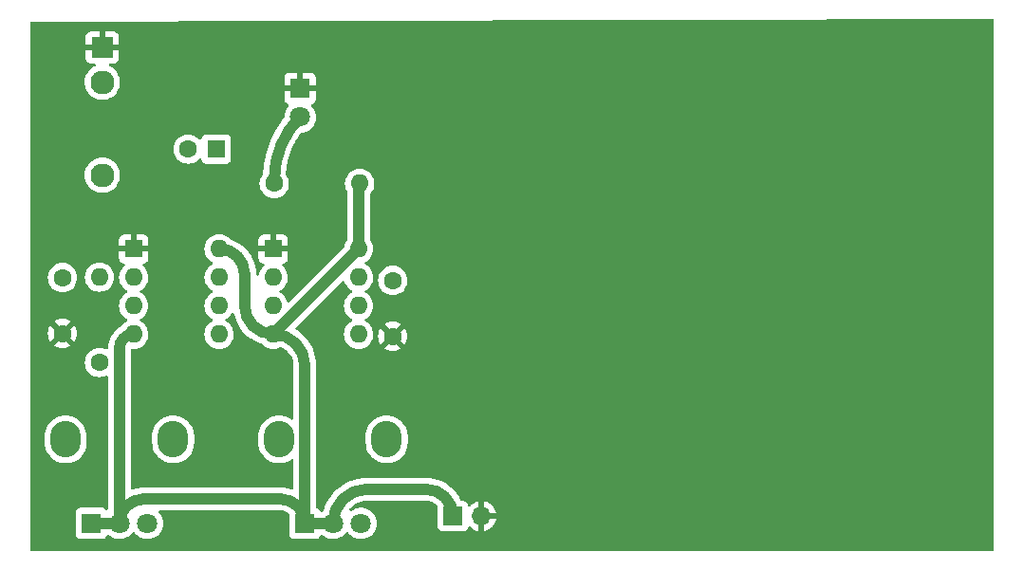
<source format=gbr>
%TF.GenerationSoftware,KiCad,Pcbnew,6.0.8+dfsg-1~bpo11+1*%
%TF.CreationDate,2022-10-27T04:09:56+08:00*%
%TF.ProjectId,SynthCard,53796e74-6843-4617-9264-2e6b69636164,rev?*%
%TF.SameCoordinates,Original*%
%TF.FileFunction,Copper,L2,Bot*%
%TF.FilePolarity,Positive*%
%FSLAX46Y46*%
G04 Gerber Fmt 4.6, Leading zero omitted, Abs format (unit mm)*
G04 Created by KiCad (PCBNEW 6.0.8+dfsg-1~bpo11+1) date 2022-10-27 04:09:56*
%MOMM*%
%LPD*%
G01*
G04 APERTURE LIST*
%TA.AperFunction,ComponentPad*%
%ADD10C,1.600000*%
%TD*%
%TA.AperFunction,ComponentPad*%
%ADD11O,1.600000X1.600000*%
%TD*%
%TA.AperFunction,ComponentPad*%
%ADD12R,1.600000X1.600000*%
%TD*%
%TA.AperFunction,ComponentPad*%
%ADD13R,1.800000X1.800000*%
%TD*%
%TA.AperFunction,ComponentPad*%
%ADD14C,1.800000*%
%TD*%
%TA.AperFunction,ComponentPad*%
%ADD15R,1.930000X1.830000*%
%TD*%
%TA.AperFunction,ComponentPad*%
%ADD16C,2.130000*%
%TD*%
%TA.AperFunction,ComponentPad*%
%ADD17O,2.720000X3.240000*%
%TD*%
%TA.AperFunction,ComponentPad*%
%ADD18R,1.700000X1.700000*%
%TD*%
%TA.AperFunction,ComponentPad*%
%ADD19O,1.700000X1.700000*%
%TD*%
%TA.AperFunction,Conductor*%
%ADD20C,1.000000*%
%TD*%
%TA.AperFunction,Conductor*%
%ADD21C,0.250000*%
%TD*%
G04 APERTURE END LIST*
D10*
%TO.P,R1,1*%
%TO.N,Net-(R1-Pad1)*%
X107696000Y-107188000D03*
D11*
%TO.P,R1,2*%
%TO.N,Net-(C1-Pad1)*%
X107696000Y-99568000D03*
%TD*%
D10*
%TO.P,C1,1*%
%TO.N,Net-(C1-Pad1)*%
X104394000Y-99608000D03*
%TO.P,C1,2*%
%TO.N,GND*%
X104394000Y-104608000D03*
%TD*%
D12*
%TO.P,U1,1,GND*%
%TO.N,GND*%
X110754000Y-97038000D03*
D11*
%TO.P,U1,2,TR*%
%TO.N,Net-(C1-Pad1)*%
X110754000Y-99578000D03*
%TO.P,U1,3,Q*%
%TO.N,Net-(U1-Pad3)*%
X110754000Y-102118000D03*
%TO.P,U1,4,R*%
%TO.N,+9V*%
X110754000Y-104658000D03*
%TO.P,U1,5,CV*%
%TO.N,unconnected-(U1-Pad5)*%
X118374000Y-104658000D03*
%TO.P,U1,6,THR*%
%TO.N,Net-(C1-Pad1)*%
X118374000Y-102118000D03*
%TO.P,U1,7,DIS*%
%TO.N,Net-(R1-Pad1)*%
X118374000Y-99578000D03*
%TO.P,U1,8,VCC*%
%TO.N,+9V*%
X118374000Y-97038000D03*
%TD*%
D13*
%TO.P,D1,1,K*%
%TO.N,GND*%
X125600000Y-82725000D03*
D14*
%TO.P,D1,2,A*%
%TO.N,Net-(D1-Pad2)*%
X125600000Y-85265000D03*
%TD*%
D12*
%TO.P,C3,1*%
%TO.N,Net-(C3-Pad1)*%
X118110000Y-88138000D03*
D10*
%TO.P,C3,2*%
%TO.N,Net-(C3-Pad2)*%
X115610000Y-88138000D03*
%TD*%
D15*
%TO.P,J2,S*%
%TO.N,GND*%
X107950000Y-79056000D03*
D16*
%TO.P,J2,T*%
%TO.N,Net-(C3-Pad2)*%
X107950000Y-90456000D03*
%TO.P,J2,TN*%
%TO.N,unconnected-(J2-PadTN)*%
X107950000Y-82156000D03*
%TD*%
D12*
%TO.P,U2,1,GND*%
%TO.N,GND*%
X123200000Y-97038000D03*
D11*
%TO.P,U2,2,TR*%
%TO.N,Net-(U1-Pad3)*%
X123200000Y-99578000D03*
%TO.P,U2,3,Q*%
%TO.N,Net-(C3-Pad1)*%
X123200000Y-102118000D03*
%TO.P,U2,4,R*%
%TO.N,+9V*%
X123200000Y-104658000D03*
%TO.P,U2,5,CV*%
%TO.N,unconnected-(U2-Pad5)*%
X130820000Y-104658000D03*
%TO.P,U2,6,THR*%
%TO.N,Net-(C2-Pad1)*%
X130820000Y-102118000D03*
%TO.P,U2,7,DIS*%
X130820000Y-99578000D03*
%TO.P,U2,8,VCC*%
%TO.N,+9V*%
X130820000Y-97038000D03*
%TD*%
D10*
%TO.P,C2,1*%
%TO.N,Net-(C2-Pad1)*%
X133858000Y-99862000D03*
%TO.P,C2,2*%
%TO.N,GND*%
X133858000Y-104862000D03*
%TD*%
%TO.P,R2,1*%
%TO.N,Net-(D1-Pad2)*%
X123290000Y-91200000D03*
D11*
%TO.P,R2,2*%
%TO.N,+9V*%
X130910000Y-91200000D03*
%TD*%
D17*
%TO.P,RV2,*%
%TO.N,*%
X123724000Y-114049000D03*
X133324000Y-114049000D03*
D13*
%TO.P,RV2,1,1*%
%TO.N,+9V*%
X126024000Y-121549000D03*
D14*
%TO.P,RV2,2,2*%
X128524000Y-121549000D03*
%TO.P,RV2,3,3*%
%TO.N,Net-(C2-Pad1)*%
X131024000Y-121549000D03*
%TD*%
D17*
%TO.P,RV1,*%
%TO.N,*%
X104674000Y-114049000D03*
X114274000Y-114049000D03*
D13*
%TO.P,RV1,1,1*%
%TO.N,+9V*%
X106974000Y-121549000D03*
D14*
%TO.P,RV1,2,2*%
X109474000Y-121549000D03*
%TO.P,RV1,3,3*%
%TO.N,Net-(R1-Pad1)*%
X111974000Y-121549000D03*
%TD*%
D18*
%TO.P,BT1,1,+*%
%TO.N,+9V*%
X139225000Y-120900000D03*
D19*
%TO.P,BT1,2,-*%
%TO.N,GND*%
X141765000Y-120900000D03*
%TD*%
D20*
%TO.N,+9V*%
X106974000Y-121549000D02*
X109474000Y-121549000D01*
X123200000Y-104658000D02*
X130820000Y-97038000D01*
X126024000Y-121549000D02*
X126024000Y-107482000D01*
X109474000Y-121549000D02*
X109474000Y-105938000D01*
X111643000Y-119380000D02*
X123855000Y-119380000D01*
X126024000Y-121549000D02*
X128524000Y-121549000D01*
X130820000Y-97038000D02*
X130820000Y-91290000D01*
X120650000Y-102108000D02*
X120650000Y-99314000D01*
X131573000Y-118500000D02*
X136825000Y-118500000D01*
X139225000Y-120900000D02*
G75*
G03*
X136825000Y-118500000I-2400000J0D01*
G01*
X126024000Y-121549000D02*
G75*
G03*
X123855000Y-119380000I-2169000J0D01*
G01*
X111643000Y-119380000D02*
G75*
G03*
X109474000Y-121549000I0J-2169000D01*
G01*
X120650000Y-102108000D02*
G75*
G03*
X123200000Y-104658000I2550000J0D01*
G01*
X130910000Y-91200000D02*
G75*
G03*
X130820000Y-91290000I0J-90000D01*
G01*
X118374000Y-97038000D02*
G75*
G02*
X120650000Y-99314000I0J-2276000D01*
G01*
X110754000Y-104658000D02*
G75*
G03*
X109474000Y-105938000I0J-1280000D01*
G01*
X123200000Y-104658000D02*
G75*
G02*
X126024000Y-107482000I0J-2824000D01*
G01*
X131573000Y-118500000D02*
G75*
G03*
X128524000Y-121549000I0J-3049000D01*
G01*
D21*
%TO.N,Net-(D1-Pad2)*%
X123290000Y-91200000D02*
X123290000Y-90841833D01*
D20*
X125599990Y-85264990D02*
G75*
G03*
X123290000Y-90841833I5576810J-5576810D01*
G01*
%TD*%
%TA.AperFunction,Conductor*%
%TO.N,GND*%
G36*
X187441843Y-76545155D02*
G01*
X187488476Y-76598689D01*
X187500000Y-76651331D01*
X187500000Y-123874000D01*
X187479998Y-123942121D01*
X187426342Y-123988614D01*
X187374000Y-124000000D01*
X101626000Y-124000000D01*
X101557879Y-123979998D01*
X101511386Y-123926342D01*
X101500000Y-123874000D01*
X101500000Y-122497134D01*
X105565500Y-122497134D01*
X105572255Y-122559316D01*
X105623385Y-122695705D01*
X105710739Y-122812261D01*
X105827295Y-122899615D01*
X105963684Y-122950745D01*
X106025866Y-122957500D01*
X107922134Y-122957500D01*
X107984316Y-122950745D01*
X108120705Y-122899615D01*
X108237261Y-122812261D01*
X108324615Y-122695705D01*
X108328549Y-122685212D01*
X108339686Y-122655504D01*
X108382328Y-122598739D01*
X108448890Y-122574040D01*
X108518239Y-122589248D01*
X108538150Y-122602788D01*
X108663349Y-122706730D01*
X108863322Y-122823584D01*
X108868147Y-122825426D01*
X108868148Y-122825427D01*
X108942665Y-122853883D01*
X109079694Y-122906209D01*
X109084760Y-122907240D01*
X109084761Y-122907240D01*
X109137846Y-122918040D01*
X109306656Y-122952385D01*
X109436089Y-122957131D01*
X109532949Y-122960683D01*
X109532953Y-122960683D01*
X109538113Y-122960872D01*
X109543233Y-122960216D01*
X109543235Y-122960216D01*
X109617166Y-122950745D01*
X109767847Y-122931442D01*
X109772795Y-122929957D01*
X109772802Y-122929956D01*
X109984747Y-122866369D01*
X109989690Y-122864886D01*
X110005351Y-122857214D01*
X110193049Y-122765262D01*
X110193052Y-122765260D01*
X110197684Y-122762991D01*
X110386243Y-122628494D01*
X110550303Y-122465005D01*
X110619370Y-122368888D01*
X110675365Y-122325240D01*
X110746068Y-122318794D01*
X110809033Y-122351597D01*
X110829128Y-122376584D01*
X110830799Y-122379311D01*
X110830804Y-122379317D01*
X110833501Y-122383719D01*
X110985147Y-122558784D01*
X111163349Y-122706730D01*
X111363322Y-122823584D01*
X111368147Y-122825426D01*
X111368148Y-122825427D01*
X111442665Y-122853883D01*
X111579694Y-122906209D01*
X111584760Y-122907240D01*
X111584761Y-122907240D01*
X111637846Y-122918040D01*
X111806656Y-122952385D01*
X111936089Y-122957131D01*
X112032949Y-122960683D01*
X112032953Y-122960683D01*
X112038113Y-122960872D01*
X112043233Y-122960216D01*
X112043235Y-122960216D01*
X112117166Y-122950745D01*
X112267847Y-122931442D01*
X112272795Y-122929957D01*
X112272802Y-122929956D01*
X112484747Y-122866369D01*
X112489690Y-122864886D01*
X112505351Y-122857214D01*
X112693049Y-122765262D01*
X112693052Y-122765260D01*
X112697684Y-122762991D01*
X112886243Y-122628494D01*
X113050303Y-122465005D01*
X113185458Y-122276917D01*
X113208938Y-122229410D01*
X113285784Y-122073922D01*
X113285785Y-122073920D01*
X113288078Y-122069280D01*
X113355408Y-121847671D01*
X113385640Y-121618041D01*
X113387327Y-121549000D01*
X113375592Y-121406267D01*
X113368773Y-121323318D01*
X113368772Y-121323312D01*
X113368349Y-121318167D01*
X113330516Y-121167548D01*
X113313184Y-121098544D01*
X113313183Y-121098540D01*
X113311925Y-121093533D01*
X113219570Y-120881131D01*
X113093764Y-120686665D01*
X113044885Y-120632947D01*
X113014268Y-120599300D01*
X112983216Y-120535454D01*
X112991611Y-120464955D01*
X113036787Y-120410187D01*
X113107461Y-120388500D01*
X123791181Y-120388500D01*
X123805225Y-120389285D01*
X123840851Y-120393281D01*
X123846995Y-120392765D01*
X123846996Y-120392765D01*
X123865194Y-120391237D01*
X123886719Y-120391275D01*
X124045533Y-120405170D01*
X124067162Y-120408983D01*
X124241266Y-120455634D01*
X124261905Y-120463146D01*
X124425263Y-120539321D01*
X124444283Y-120550303D01*
X124561770Y-120632568D01*
X124606099Y-120688025D01*
X124615500Y-120735781D01*
X124615500Y-122497134D01*
X124622255Y-122559316D01*
X124673385Y-122695705D01*
X124760739Y-122812261D01*
X124877295Y-122899615D01*
X125013684Y-122950745D01*
X125075866Y-122957500D01*
X126972134Y-122957500D01*
X127034316Y-122950745D01*
X127170705Y-122899615D01*
X127287261Y-122812261D01*
X127374615Y-122695705D01*
X127378549Y-122685212D01*
X127389686Y-122655504D01*
X127432328Y-122598739D01*
X127498890Y-122574040D01*
X127568239Y-122589248D01*
X127588150Y-122602788D01*
X127713349Y-122706730D01*
X127913322Y-122823584D01*
X127918147Y-122825426D01*
X127918148Y-122825427D01*
X127992665Y-122853883D01*
X128129694Y-122906209D01*
X128134760Y-122907240D01*
X128134761Y-122907240D01*
X128187846Y-122918040D01*
X128356656Y-122952385D01*
X128486089Y-122957131D01*
X128582949Y-122960683D01*
X128582953Y-122960683D01*
X128588113Y-122960872D01*
X128593233Y-122960216D01*
X128593235Y-122960216D01*
X128667166Y-122950745D01*
X128817847Y-122931442D01*
X128822795Y-122929957D01*
X128822802Y-122929956D01*
X129034747Y-122866369D01*
X129039690Y-122864886D01*
X129055351Y-122857214D01*
X129243049Y-122765262D01*
X129243052Y-122765260D01*
X129247684Y-122762991D01*
X129436243Y-122628494D01*
X129600303Y-122465005D01*
X129669370Y-122368888D01*
X129725365Y-122325240D01*
X129796068Y-122318794D01*
X129859033Y-122351597D01*
X129879128Y-122376584D01*
X129880799Y-122379311D01*
X129880804Y-122379317D01*
X129883501Y-122383719D01*
X130035147Y-122558784D01*
X130213349Y-122706730D01*
X130413322Y-122823584D01*
X130418147Y-122825426D01*
X130418148Y-122825427D01*
X130492665Y-122853883D01*
X130629694Y-122906209D01*
X130634760Y-122907240D01*
X130634761Y-122907240D01*
X130687846Y-122918040D01*
X130856656Y-122952385D01*
X130986089Y-122957131D01*
X131082949Y-122960683D01*
X131082953Y-122960683D01*
X131088113Y-122960872D01*
X131093233Y-122960216D01*
X131093235Y-122960216D01*
X131167166Y-122950745D01*
X131317847Y-122931442D01*
X131322795Y-122929957D01*
X131322802Y-122929956D01*
X131534747Y-122866369D01*
X131539690Y-122864886D01*
X131555351Y-122857214D01*
X131743049Y-122765262D01*
X131743052Y-122765260D01*
X131747684Y-122762991D01*
X131936243Y-122628494D01*
X132100303Y-122465005D01*
X132235458Y-122276917D01*
X132258938Y-122229410D01*
X132335784Y-122073922D01*
X132335785Y-122073920D01*
X132338078Y-122069280D01*
X132405408Y-121847671D01*
X132435640Y-121618041D01*
X132437327Y-121549000D01*
X132425592Y-121406267D01*
X132418773Y-121323318D01*
X132418772Y-121323312D01*
X132418349Y-121318167D01*
X132380516Y-121167548D01*
X132363184Y-121098544D01*
X132363183Y-121098540D01*
X132361925Y-121093533D01*
X132269570Y-120881131D01*
X132143764Y-120686665D01*
X132094885Y-120632947D01*
X132010764Y-120540500D01*
X131987887Y-120515358D01*
X131983836Y-120512159D01*
X131983832Y-120512155D01*
X131810177Y-120375011D01*
X131810172Y-120375008D01*
X131806123Y-120371810D01*
X131801607Y-120369317D01*
X131801604Y-120369315D01*
X131607879Y-120262373D01*
X131607875Y-120262371D01*
X131603355Y-120259876D01*
X131598486Y-120258152D01*
X131598482Y-120258150D01*
X131389903Y-120184288D01*
X131389899Y-120184287D01*
X131385028Y-120182562D01*
X131379935Y-120181655D01*
X131379932Y-120181654D01*
X131162095Y-120142851D01*
X131162089Y-120142850D01*
X131157006Y-120141945D01*
X131084096Y-120141054D01*
X130930581Y-120139179D01*
X130930579Y-120139179D01*
X130925411Y-120139116D01*
X130696464Y-120174150D01*
X130476314Y-120246106D01*
X130471726Y-120248494D01*
X130471722Y-120248496D01*
X130302136Y-120336777D01*
X130270872Y-120353052D01*
X130266739Y-120356155D01*
X130266736Y-120356157D01*
X130241625Y-120375011D01*
X130200178Y-120406131D01*
X130195788Y-120409427D01*
X130129304Y-120434333D01*
X130059908Y-120419341D01*
X130009634Y-120369211D01*
X129994443Y-120299858D01*
X130019159Y-120233302D01*
X130025403Y-120225589D01*
X130124704Y-120112358D01*
X130136358Y-120100704D01*
X130324616Y-119935606D01*
X130337692Y-119925573D01*
X130545884Y-119786463D01*
X130560158Y-119778222D01*
X130784729Y-119667476D01*
X130799955Y-119661169D01*
X130804580Y-119659599D01*
X131037065Y-119580681D01*
X131052975Y-119576418D01*
X131180614Y-119551029D01*
X131298563Y-119527568D01*
X131314903Y-119525417D01*
X131526000Y-119511581D01*
X131548283Y-119512096D01*
X131552723Y-119512594D01*
X131552726Y-119512594D01*
X131558851Y-119513281D01*
X131610524Y-119508942D01*
X131621067Y-119508500D01*
X136761181Y-119508500D01*
X136775225Y-119509285D01*
X136810851Y-119513281D01*
X136831095Y-119511581D01*
X136836871Y-119511096D01*
X136857301Y-119511042D01*
X137032794Y-119524854D01*
X137052321Y-119527947D01*
X137245361Y-119574292D01*
X137264155Y-119580399D01*
X137364651Y-119622025D01*
X137447570Y-119656371D01*
X137465187Y-119665348D01*
X137634448Y-119769072D01*
X137650443Y-119780693D01*
X137801394Y-119909617D01*
X137815375Y-119923598D01*
X137836311Y-119948111D01*
X137865342Y-120012900D01*
X137866500Y-120029941D01*
X137866500Y-121798134D01*
X137873255Y-121860316D01*
X137924385Y-121996705D01*
X138011739Y-122113261D01*
X138128295Y-122200615D01*
X138264684Y-122251745D01*
X138326866Y-122258500D01*
X140123134Y-122258500D01*
X140185316Y-122251745D01*
X140321705Y-122200615D01*
X140438261Y-122113261D01*
X140525615Y-121996705D01*
X140569798Y-121878848D01*
X140612440Y-121822084D01*
X140679001Y-121797384D01*
X140748350Y-121812592D01*
X140783017Y-121840580D01*
X140808218Y-121869673D01*
X140815580Y-121876883D01*
X140979434Y-122012916D01*
X140987881Y-122018831D01*
X141171756Y-122126279D01*
X141181042Y-122130729D01*
X141380001Y-122206703D01*
X141389899Y-122209579D01*
X141493250Y-122230606D01*
X141507299Y-122229410D01*
X141511000Y-122219065D01*
X141511000Y-122218517D01*
X142019000Y-122218517D01*
X142023064Y-122232359D01*
X142036478Y-122234393D01*
X142043184Y-122233534D01*
X142053262Y-122231392D01*
X142257255Y-122170191D01*
X142266842Y-122166433D01*
X142458095Y-122072739D01*
X142466945Y-122067464D01*
X142640328Y-121943792D01*
X142648200Y-121937139D01*
X142799052Y-121786812D01*
X142805730Y-121778965D01*
X142930003Y-121606020D01*
X142935313Y-121597183D01*
X143029670Y-121406267D01*
X143033469Y-121396672D01*
X143095377Y-121192910D01*
X143097555Y-121182837D01*
X143098986Y-121171962D01*
X143096775Y-121157778D01*
X143083617Y-121154000D01*
X142037115Y-121154000D01*
X142021876Y-121158475D01*
X142020671Y-121159865D01*
X142019000Y-121167548D01*
X142019000Y-122218517D01*
X141511000Y-122218517D01*
X141511000Y-120627885D01*
X142019000Y-120627885D01*
X142023475Y-120643124D01*
X142024865Y-120644329D01*
X142032548Y-120646000D01*
X143083344Y-120646000D01*
X143096875Y-120642027D01*
X143098180Y-120632947D01*
X143056214Y-120465875D01*
X143052894Y-120456124D01*
X142967972Y-120260814D01*
X142963105Y-120251739D01*
X142847426Y-120072926D01*
X142841136Y-120064757D01*
X142697806Y-119907240D01*
X142690273Y-119900215D01*
X142523139Y-119768222D01*
X142514552Y-119762517D01*
X142328117Y-119659599D01*
X142318705Y-119655369D01*
X142117959Y-119584280D01*
X142107988Y-119581646D01*
X142036837Y-119568972D01*
X142023540Y-119570432D01*
X142019000Y-119584989D01*
X142019000Y-120627885D01*
X141511000Y-120627885D01*
X141511000Y-119583102D01*
X141507082Y-119569758D01*
X141492806Y-119567771D01*
X141454324Y-119573660D01*
X141444288Y-119576051D01*
X141241868Y-119642212D01*
X141232359Y-119646209D01*
X141043463Y-119744542D01*
X141034738Y-119750036D01*
X140864433Y-119877905D01*
X140856726Y-119884748D01*
X140779478Y-119965584D01*
X140717954Y-120001014D01*
X140647042Y-119997557D01*
X140589255Y-119956311D01*
X140570402Y-119922763D01*
X140528767Y-119811703D01*
X140525615Y-119803295D01*
X140438261Y-119686739D01*
X140321705Y-119599385D01*
X140185316Y-119548255D01*
X140123134Y-119541500D01*
X140035472Y-119541500D01*
X139967351Y-119521498D01*
X139923205Y-119472703D01*
X139782396Y-119196350D01*
X139780899Y-119193411D01*
X139586319Y-118893784D01*
X139584244Y-118891221D01*
X139584237Y-118891212D01*
X139363571Y-118618713D01*
X139361486Y-118616138D01*
X139108862Y-118363514D01*
X139037769Y-118305944D01*
X138833788Y-118140763D01*
X138833779Y-118140756D01*
X138831216Y-118138681D01*
X138531589Y-117944101D01*
X138213265Y-117781907D01*
X137879730Y-117653875D01*
X137534640Y-117561408D01*
X137181774Y-117505520D01*
X136892564Y-117490363D01*
X136875363Y-117489461D01*
X136866169Y-117488641D01*
X136856781Y-117487455D01*
X136856776Y-117487455D01*
X136853295Y-117487015D01*
X136846962Y-117486927D01*
X136828523Y-117486669D01*
X136828520Y-117486669D01*
X136825000Y-117486620D01*
X136785358Y-117490507D01*
X136781360Y-117490899D01*
X136769064Y-117491500D01*
X131644722Y-117491500D01*
X131628944Y-117490508D01*
X131601295Y-117487015D01*
X131573000Y-117486620D01*
X131569503Y-117486963D01*
X131569500Y-117486963D01*
X131565702Y-117487335D01*
X131559229Y-117487803D01*
X131445163Y-117493076D01*
X131201112Y-117504359D01*
X131201105Y-117504360D01*
X131198221Y-117504493D01*
X131192092Y-117505348D01*
X130829528Y-117555923D01*
X130829525Y-117555924D01*
X130826640Y-117556326D01*
X130626257Y-117603456D01*
X130464265Y-117641556D01*
X130464260Y-117641558D01*
X130461426Y-117642224D01*
X130105696Y-117761453D01*
X129762485Y-117912995D01*
X129759932Y-117914417D01*
X129759928Y-117914419D01*
X129706639Y-117944101D01*
X129434720Y-118095559D01*
X129125198Y-118307586D01*
X129122972Y-118309434D01*
X129122962Y-118309442D01*
X128854589Y-118532297D01*
X128836560Y-118547268D01*
X128571268Y-118812560D01*
X128569414Y-118814793D01*
X128569411Y-118814796D01*
X128333442Y-119098962D01*
X128333434Y-119098972D01*
X128331586Y-119101198D01*
X128119559Y-119410720D01*
X128118137Y-119413273D01*
X127968815Y-119681358D01*
X127936995Y-119738485D01*
X127785453Y-120081696D01*
X127751646Y-120182562D01*
X127681283Y-120392497D01*
X127637470Y-120453214D01*
X127585655Y-120492117D01*
X127584976Y-120491213D01*
X127525730Y-120519131D01*
X127455341Y-120509869D01*
X127401132Y-120464022D01*
X127388325Y-120438866D01*
X127377768Y-120410705D01*
X127377767Y-120410703D01*
X127374615Y-120402295D01*
X127287261Y-120285739D01*
X127170705Y-120198385D01*
X127160092Y-120194406D01*
X127114270Y-120177228D01*
X127057505Y-120134586D01*
X127032806Y-120068024D01*
X127032500Y-120059246D01*
X127032500Y-114377884D01*
X131455500Y-114377884D01*
X131455665Y-114380152D01*
X131455665Y-114380164D01*
X131463725Y-114491238D01*
X131470125Y-114579451D01*
X131471109Y-114583906D01*
X131471109Y-114583909D01*
X131510482Y-114762240D01*
X131528585Y-114844237D01*
X131624655Y-115097810D01*
X131756324Y-115334859D01*
X131920833Y-115550417D01*
X132114736Y-115739970D01*
X132118428Y-115742657D01*
X132118430Y-115742659D01*
X132330279Y-115896859D01*
X132333972Y-115899547D01*
X132573947Y-116025804D01*
X132578248Y-116027323D01*
X132578253Y-116027325D01*
X132711087Y-116074233D01*
X132829634Y-116116096D01*
X132927653Y-116135415D01*
X133091206Y-116167652D01*
X133091212Y-116167653D01*
X133095678Y-116168533D01*
X133100232Y-116168760D01*
X133100234Y-116168760D01*
X133361936Y-116181789D01*
X133361942Y-116181789D01*
X133366505Y-116182016D01*
X133636441Y-116156262D01*
X133640870Y-116155178D01*
X133640877Y-116155177D01*
X133800584Y-116116096D01*
X133899832Y-116091810D01*
X134059039Y-116027325D01*
X134146931Y-115991725D01*
X134146932Y-115991725D01*
X134151160Y-115990012D01*
X134385161Y-115852999D01*
X134596932Y-115683641D01*
X134718399Y-115553612D01*
X134778921Y-115488824D01*
X134778923Y-115488821D01*
X134782037Y-115485488D01*
X134936598Y-115262688D01*
X135018624Y-115097810D01*
X135055346Y-115023997D01*
X135055347Y-115023994D01*
X135057379Y-115019910D01*
X135141847Y-114762240D01*
X135188235Y-114495075D01*
X135192500Y-114409400D01*
X135192500Y-113720116D01*
X135190328Y-113690170D01*
X135178205Y-113523100D01*
X135177875Y-113518549D01*
X135176891Y-113514091D01*
X135120400Y-113258223D01*
X135120399Y-113258219D01*
X135119415Y-113253763D01*
X135023345Y-113000190D01*
X134891676Y-112763141D01*
X134727167Y-112547583D01*
X134533264Y-112358030D01*
X134446739Y-112295050D01*
X134317721Y-112201141D01*
X134314028Y-112198453D01*
X134074053Y-112072196D01*
X134069752Y-112070677D01*
X134069747Y-112070675D01*
X133891998Y-112007906D01*
X133818366Y-111981904D01*
X133720347Y-111962585D01*
X133556794Y-111930348D01*
X133556788Y-111930347D01*
X133552322Y-111929467D01*
X133547768Y-111929240D01*
X133547766Y-111929240D01*
X133286064Y-111916211D01*
X133286058Y-111916211D01*
X133281495Y-111915984D01*
X133011559Y-111941738D01*
X133007130Y-111942822D01*
X133007123Y-111942823D01*
X132877069Y-111974648D01*
X132748168Y-112006190D01*
X132743933Y-112007905D01*
X132743931Y-112007906D01*
X132501069Y-112106275D01*
X132496840Y-112107988D01*
X132262839Y-112245001D01*
X132051068Y-112414359D01*
X132047947Y-112417700D01*
X131923224Y-112551215D01*
X131865963Y-112612512D01*
X131711402Y-112835312D01*
X131709374Y-112839388D01*
X131709373Y-112839390D01*
X131627252Y-113004460D01*
X131590621Y-113078090D01*
X131506153Y-113335760D01*
X131459765Y-113602925D01*
X131455500Y-113688600D01*
X131455500Y-114377884D01*
X127032500Y-114377884D01*
X127032500Y-107553722D01*
X127033492Y-107537944D01*
X127036985Y-107510295D01*
X127037380Y-107482000D01*
X127037037Y-107478505D01*
X127036996Y-107477520D01*
X127036712Y-107473655D01*
X127018797Y-107108986D01*
X127018797Y-107108982D01*
X127018645Y-107105896D01*
X126963393Y-106733415D01*
X126871897Y-106368142D01*
X126745038Y-106013597D01*
X126743718Y-106010806D01*
X126585355Y-105675975D01*
X126585353Y-105675972D01*
X126584039Y-105673193D01*
X126514061Y-105556442D01*
X126392039Y-105352859D01*
X126392033Y-105352850D01*
X126390450Y-105350209D01*
X126375035Y-105329424D01*
X126167982Y-105050246D01*
X126167979Y-105050242D01*
X126166135Y-105047756D01*
X125913255Y-104768745D01*
X125634244Y-104515865D01*
X125603698Y-104493210D01*
X125334276Y-104293393D01*
X125331791Y-104291550D01*
X125258251Y-104247472D01*
X125210104Y-104195295D01*
X125197810Y-104125371D01*
X125225271Y-104059901D01*
X125233932Y-104050303D01*
X127226004Y-102058231D01*
X129361930Y-99922304D01*
X129424242Y-99888278D01*
X129495057Y-99893343D01*
X129551893Y-99935890D01*
X129572731Y-99978787D01*
X129584290Y-100021925D01*
X129584293Y-100021933D01*
X129585716Y-100027243D01*
X129588039Y-100032224D01*
X129588039Y-100032225D01*
X129680151Y-100229762D01*
X129680154Y-100229767D01*
X129682477Y-100234749D01*
X129706640Y-100269257D01*
X129810640Y-100417784D01*
X129813802Y-100422300D01*
X129975700Y-100584198D01*
X129980208Y-100587355D01*
X129980211Y-100587357D01*
X130012979Y-100610301D01*
X130163251Y-100715523D01*
X130168233Y-100717846D01*
X130168238Y-100717849D01*
X130202457Y-100733805D01*
X130255742Y-100780722D01*
X130275203Y-100848999D01*
X130254661Y-100916959D01*
X130202457Y-100962195D01*
X130168238Y-100978151D01*
X130168233Y-100978154D01*
X130163251Y-100980477D01*
X130136051Y-100999523D01*
X129980211Y-101108643D01*
X129980208Y-101108645D01*
X129975700Y-101111802D01*
X129813802Y-101273700D01*
X129810645Y-101278208D01*
X129810643Y-101278211D01*
X129781713Y-101319527D01*
X129682477Y-101461251D01*
X129680154Y-101466233D01*
X129680151Y-101466238D01*
X129588039Y-101663775D01*
X129585716Y-101668757D01*
X129526457Y-101889913D01*
X129506502Y-102118000D01*
X129526457Y-102346087D01*
X129585716Y-102567243D01*
X129588039Y-102572224D01*
X129588039Y-102572225D01*
X129680151Y-102769762D01*
X129680154Y-102769767D01*
X129682477Y-102774749D01*
X129813802Y-102962300D01*
X129975700Y-103124198D01*
X129980208Y-103127355D01*
X129980211Y-103127357D01*
X130005592Y-103145129D01*
X130163251Y-103255523D01*
X130168233Y-103257846D01*
X130168238Y-103257849D01*
X130202457Y-103273805D01*
X130255742Y-103320722D01*
X130275203Y-103388999D01*
X130254661Y-103456959D01*
X130202457Y-103502195D01*
X130168238Y-103518151D01*
X130168233Y-103518154D01*
X130163251Y-103520477D01*
X130058389Y-103593902D01*
X129980211Y-103648643D01*
X129980208Y-103648645D01*
X129975700Y-103651802D01*
X129813802Y-103813700D01*
X129810645Y-103818208D01*
X129810643Y-103818211D01*
X129758329Y-103892923D01*
X129682477Y-104001251D01*
X129680154Y-104006233D01*
X129680151Y-104006238D01*
X129658107Y-104053513D01*
X129585716Y-104208757D01*
X129584294Y-104214065D01*
X129584293Y-104214067D01*
X129527881Y-104424598D01*
X129526457Y-104429913D01*
X129506502Y-104658000D01*
X129526457Y-104886087D01*
X129527881Y-104891400D01*
X129527881Y-104891402D01*
X129570850Y-105051761D01*
X129585716Y-105107243D01*
X129588039Y-105112224D01*
X129588039Y-105112225D01*
X129680151Y-105309762D01*
X129680154Y-105309767D01*
X129682477Y-105314749D01*
X129813802Y-105502300D01*
X129975700Y-105664198D01*
X129980208Y-105667355D01*
X129980211Y-105667357D01*
X130018350Y-105694062D01*
X130163251Y-105795523D01*
X130168233Y-105797846D01*
X130168238Y-105797849D01*
X130332623Y-105874502D01*
X130370757Y-105892284D01*
X130376065Y-105893706D01*
X130376067Y-105893707D01*
X130586598Y-105950119D01*
X130586600Y-105950119D01*
X130591913Y-105951543D01*
X130820000Y-105971498D01*
X131048087Y-105951543D01*
X131053400Y-105950119D01*
X131053402Y-105950119D01*
X131061079Y-105948062D01*
X133136493Y-105948062D01*
X133145789Y-105960077D01*
X133196994Y-105995931D01*
X133206489Y-106001414D01*
X133403947Y-106093490D01*
X133414239Y-106097236D01*
X133624688Y-106153625D01*
X133635481Y-106155528D01*
X133852525Y-106174517D01*
X133863475Y-106174517D01*
X134080519Y-106155528D01*
X134091312Y-106153625D01*
X134301761Y-106097236D01*
X134312053Y-106093490D01*
X134509511Y-106001414D01*
X134519006Y-105995931D01*
X134571048Y-105959491D01*
X134579424Y-105949012D01*
X134572356Y-105935566D01*
X133870812Y-105234022D01*
X133856868Y-105226408D01*
X133855035Y-105226539D01*
X133848420Y-105230790D01*
X133142923Y-105936287D01*
X133136493Y-105948062D01*
X131061079Y-105948062D01*
X131263933Y-105893707D01*
X131263935Y-105893706D01*
X131269243Y-105892284D01*
X131307377Y-105874502D01*
X131471762Y-105797849D01*
X131471767Y-105797846D01*
X131476749Y-105795523D01*
X131621650Y-105694062D01*
X131659789Y-105667357D01*
X131659792Y-105667355D01*
X131664300Y-105664198D01*
X131826198Y-105502300D01*
X131957523Y-105314749D01*
X131959846Y-105309767D01*
X131959849Y-105309762D01*
X132051961Y-105112225D01*
X132051961Y-105112224D01*
X132054284Y-105107243D01*
X132069151Y-105051761D01*
X132112119Y-104891402D01*
X132112119Y-104891400D01*
X132113543Y-104886087D01*
X132115171Y-104867475D01*
X132545483Y-104867475D01*
X132564472Y-105084519D01*
X132566375Y-105095312D01*
X132622764Y-105305761D01*
X132626510Y-105316053D01*
X132718586Y-105513511D01*
X132724069Y-105523006D01*
X132760509Y-105575048D01*
X132770988Y-105583424D01*
X132784434Y-105576356D01*
X133485978Y-104874812D01*
X133492356Y-104863132D01*
X134222408Y-104863132D01*
X134222539Y-104864965D01*
X134226790Y-104871580D01*
X134932287Y-105577077D01*
X134944062Y-105583507D01*
X134956077Y-105574211D01*
X134991931Y-105523006D01*
X134997414Y-105513511D01*
X135089490Y-105316053D01*
X135093236Y-105305761D01*
X135149625Y-105095312D01*
X135151528Y-105084519D01*
X135170517Y-104867475D01*
X135170517Y-104856525D01*
X135151528Y-104639481D01*
X135149625Y-104628688D01*
X135093236Y-104418239D01*
X135089490Y-104407947D01*
X134997414Y-104210489D01*
X134991931Y-104200994D01*
X134955491Y-104148952D01*
X134945012Y-104140576D01*
X134931566Y-104147644D01*
X134230022Y-104849188D01*
X134222408Y-104863132D01*
X133492356Y-104863132D01*
X133493592Y-104860868D01*
X133493461Y-104859035D01*
X133489210Y-104852420D01*
X132783713Y-104146923D01*
X132771938Y-104140493D01*
X132759923Y-104149789D01*
X132724069Y-104200994D01*
X132718586Y-104210489D01*
X132626510Y-104407947D01*
X132622764Y-104418239D01*
X132566375Y-104628688D01*
X132564472Y-104639481D01*
X132545483Y-104856525D01*
X132545483Y-104867475D01*
X132115171Y-104867475D01*
X132133498Y-104658000D01*
X132113543Y-104429913D01*
X132112119Y-104424598D01*
X132055707Y-104214067D01*
X132055706Y-104214065D01*
X132054284Y-104208757D01*
X131981893Y-104053513D01*
X131959849Y-104006238D01*
X131959846Y-104006233D01*
X131957523Y-104001251D01*
X131881671Y-103892923D01*
X131829357Y-103818211D01*
X131829355Y-103818208D01*
X131826198Y-103813700D01*
X131787486Y-103774988D01*
X133136576Y-103774988D01*
X133143644Y-103788434D01*
X133845188Y-104489978D01*
X133859132Y-104497592D01*
X133860965Y-104497461D01*
X133867580Y-104493210D01*
X134573077Y-103787713D01*
X134579507Y-103775938D01*
X134570211Y-103763923D01*
X134519006Y-103728069D01*
X134509511Y-103722586D01*
X134312053Y-103630510D01*
X134301761Y-103626764D01*
X134091312Y-103570375D01*
X134080519Y-103568472D01*
X133863475Y-103549483D01*
X133852525Y-103549483D01*
X133635481Y-103568472D01*
X133624688Y-103570375D01*
X133414239Y-103626764D01*
X133403947Y-103630510D01*
X133206489Y-103722586D01*
X133196994Y-103728069D01*
X133144952Y-103764509D01*
X133136576Y-103774988D01*
X131787486Y-103774988D01*
X131664300Y-103651802D01*
X131659792Y-103648645D01*
X131659789Y-103648643D01*
X131581611Y-103593902D01*
X131476749Y-103520477D01*
X131471767Y-103518154D01*
X131471762Y-103518151D01*
X131437543Y-103502195D01*
X131384258Y-103455278D01*
X131364797Y-103387001D01*
X131385339Y-103319041D01*
X131437543Y-103273805D01*
X131471762Y-103257849D01*
X131471767Y-103257846D01*
X131476749Y-103255523D01*
X131634408Y-103145129D01*
X131659789Y-103127357D01*
X131659792Y-103127355D01*
X131664300Y-103124198D01*
X131826198Y-102962300D01*
X131957523Y-102774749D01*
X131959846Y-102769767D01*
X131959849Y-102769762D01*
X132051961Y-102572225D01*
X132051961Y-102572224D01*
X132054284Y-102567243D01*
X132113543Y-102346087D01*
X132133498Y-102118000D01*
X132113543Y-101889913D01*
X132054284Y-101668757D01*
X132051961Y-101663775D01*
X131959849Y-101466238D01*
X131959846Y-101466233D01*
X131957523Y-101461251D01*
X131858287Y-101319527D01*
X131829357Y-101278211D01*
X131829355Y-101278208D01*
X131826198Y-101273700D01*
X131664300Y-101111802D01*
X131659792Y-101108645D01*
X131659789Y-101108643D01*
X131503949Y-100999523D01*
X131476749Y-100980477D01*
X131471767Y-100978154D01*
X131471762Y-100978151D01*
X131437543Y-100962195D01*
X131384258Y-100915278D01*
X131364797Y-100847001D01*
X131385339Y-100779041D01*
X131437543Y-100733805D01*
X131471762Y-100717849D01*
X131471767Y-100717846D01*
X131476749Y-100715523D01*
X131627021Y-100610301D01*
X131659789Y-100587357D01*
X131659792Y-100587355D01*
X131664300Y-100584198D01*
X131826198Y-100422300D01*
X131829361Y-100417784D01*
X131933360Y-100269257D01*
X131957523Y-100234749D01*
X131959846Y-100229767D01*
X131959849Y-100229762D01*
X132051961Y-100032225D01*
X132051961Y-100032224D01*
X132054284Y-100027243D01*
X132058387Y-100011933D01*
X132098561Y-99862000D01*
X132544502Y-99862000D01*
X132564457Y-100090087D01*
X132565881Y-100095400D01*
X132565881Y-100095402D01*
X132609922Y-100259762D01*
X132623716Y-100311243D01*
X132626039Y-100316224D01*
X132626039Y-100316225D01*
X132718151Y-100513762D01*
X132718154Y-100513767D01*
X132720477Y-100518749D01*
X132851802Y-100706300D01*
X133013700Y-100868198D01*
X133018208Y-100871355D01*
X133018211Y-100871357D01*
X133080937Y-100915278D01*
X133201251Y-100999523D01*
X133206233Y-101001846D01*
X133206238Y-101001849D01*
X133403775Y-101093961D01*
X133408757Y-101096284D01*
X133414065Y-101097706D01*
X133414067Y-101097707D01*
X133624598Y-101154119D01*
X133624600Y-101154119D01*
X133629913Y-101155543D01*
X133858000Y-101175498D01*
X134086087Y-101155543D01*
X134091400Y-101154119D01*
X134091402Y-101154119D01*
X134301933Y-101097707D01*
X134301935Y-101097706D01*
X134307243Y-101096284D01*
X134312225Y-101093961D01*
X134509762Y-101001849D01*
X134509767Y-101001846D01*
X134514749Y-100999523D01*
X134635063Y-100915278D01*
X134697789Y-100871357D01*
X134697792Y-100871355D01*
X134702300Y-100868198D01*
X134864198Y-100706300D01*
X134995523Y-100518749D01*
X134997846Y-100513767D01*
X134997849Y-100513762D01*
X135089961Y-100316225D01*
X135089961Y-100316224D01*
X135092284Y-100311243D01*
X135106079Y-100259762D01*
X135150119Y-100095402D01*
X135150119Y-100095400D01*
X135151543Y-100090087D01*
X135171498Y-99862000D01*
X135151543Y-99633913D01*
X135092284Y-99412757D01*
X135076969Y-99379913D01*
X134997849Y-99210238D01*
X134997846Y-99210233D01*
X134995523Y-99205251D01*
X134864198Y-99017700D01*
X134702300Y-98855802D01*
X134697792Y-98852645D01*
X134697789Y-98852643D01*
X134570765Y-98763700D01*
X134514749Y-98724477D01*
X134509767Y-98722154D01*
X134509762Y-98722151D01*
X134312225Y-98630039D01*
X134312224Y-98630039D01*
X134307243Y-98627716D01*
X134301935Y-98626294D01*
X134301933Y-98626293D01*
X134091402Y-98569881D01*
X134091400Y-98569881D01*
X134086087Y-98568457D01*
X133858000Y-98548502D01*
X133629913Y-98568457D01*
X133624600Y-98569881D01*
X133624598Y-98569881D01*
X133414067Y-98626293D01*
X133414065Y-98626294D01*
X133408757Y-98627716D01*
X133403776Y-98630039D01*
X133403775Y-98630039D01*
X133206238Y-98722151D01*
X133206233Y-98722154D01*
X133201251Y-98724477D01*
X133145235Y-98763700D01*
X133018211Y-98852643D01*
X133018208Y-98852645D01*
X133013700Y-98855802D01*
X132851802Y-99017700D01*
X132720477Y-99205251D01*
X132718154Y-99210233D01*
X132718151Y-99210238D01*
X132639031Y-99379913D01*
X132623716Y-99412757D01*
X132564457Y-99633913D01*
X132544502Y-99862000D01*
X132098561Y-99862000D01*
X132112119Y-99811402D01*
X132112119Y-99811400D01*
X132113543Y-99806087D01*
X132133498Y-99578000D01*
X132113543Y-99349913D01*
X132111502Y-99342295D01*
X132055707Y-99134067D01*
X132055706Y-99134064D01*
X132054284Y-99128757D01*
X132002498Y-99017700D01*
X131959849Y-98926238D01*
X131959846Y-98926233D01*
X131957523Y-98921251D01*
X131850363Y-98768211D01*
X131829357Y-98738211D01*
X131829355Y-98738208D01*
X131826198Y-98733700D01*
X131664300Y-98571802D01*
X131659792Y-98568645D01*
X131659789Y-98568643D01*
X131581045Y-98513506D01*
X131476749Y-98440477D01*
X131471767Y-98438154D01*
X131471762Y-98438151D01*
X131437543Y-98422195D01*
X131384258Y-98375278D01*
X131364797Y-98307001D01*
X131385339Y-98239041D01*
X131437543Y-98193805D01*
X131471762Y-98177849D01*
X131471767Y-98177846D01*
X131476749Y-98175523D01*
X131618805Y-98076054D01*
X131659789Y-98047357D01*
X131659792Y-98047355D01*
X131664300Y-98044198D01*
X131826198Y-97882300D01*
X131957523Y-97694749D01*
X131959846Y-97689767D01*
X131959849Y-97689762D01*
X132051961Y-97492225D01*
X132051961Y-97492224D01*
X132054284Y-97487243D01*
X132102970Y-97305548D01*
X132112119Y-97271402D01*
X132112119Y-97271400D01*
X132113543Y-97266087D01*
X132133498Y-97038000D01*
X132113543Y-96809913D01*
X132105028Y-96778135D01*
X132055707Y-96594067D01*
X132055706Y-96594065D01*
X132054284Y-96588757D01*
X131996174Y-96464139D01*
X131959849Y-96386238D01*
X131959846Y-96386233D01*
X131957523Y-96381251D01*
X131851287Y-96229531D01*
X131828500Y-96157260D01*
X131828500Y-92184188D01*
X131848502Y-92116067D01*
X131865405Y-92095093D01*
X131916198Y-92044300D01*
X131936761Y-92014934D01*
X132044366Y-91861257D01*
X132047523Y-91856749D01*
X132049846Y-91851767D01*
X132049849Y-91851762D01*
X132141961Y-91654225D01*
X132141961Y-91654224D01*
X132144284Y-91649243D01*
X132203543Y-91428087D01*
X132223498Y-91200000D01*
X132203543Y-90971913D01*
X132144284Y-90750757D01*
X132121973Y-90702911D01*
X132049849Y-90548238D01*
X132049846Y-90548233D01*
X132047523Y-90543251D01*
X131934906Y-90382418D01*
X131919357Y-90360211D01*
X131919355Y-90360208D01*
X131916198Y-90355700D01*
X131754300Y-90193802D01*
X131749792Y-90190645D01*
X131749789Y-90190643D01*
X131671611Y-90135902D01*
X131566749Y-90062477D01*
X131561767Y-90060154D01*
X131561762Y-90060151D01*
X131364225Y-89968039D01*
X131364224Y-89968039D01*
X131359243Y-89965716D01*
X131353935Y-89964294D01*
X131353933Y-89964293D01*
X131143402Y-89907881D01*
X131143400Y-89907881D01*
X131138087Y-89906457D01*
X130910000Y-89886502D01*
X130681913Y-89906457D01*
X130676600Y-89907881D01*
X130676598Y-89907881D01*
X130466067Y-89964293D01*
X130466065Y-89964294D01*
X130460757Y-89965716D01*
X130455776Y-89968039D01*
X130455775Y-89968039D01*
X130258238Y-90060151D01*
X130258233Y-90060154D01*
X130253251Y-90062477D01*
X130148389Y-90135902D01*
X130070211Y-90190643D01*
X130070208Y-90190645D01*
X130065700Y-90193802D01*
X129903802Y-90355700D01*
X129900645Y-90360208D01*
X129900643Y-90360211D01*
X129885094Y-90382418D01*
X129772477Y-90543251D01*
X129770154Y-90548233D01*
X129770151Y-90548238D01*
X129698027Y-90702911D01*
X129675716Y-90750757D01*
X129616457Y-90971913D01*
X129596502Y-91200000D01*
X129616457Y-91428087D01*
X129675716Y-91649243D01*
X129678039Y-91654224D01*
X129678039Y-91654225D01*
X129770151Y-91851762D01*
X129770154Y-91851767D01*
X129772477Y-91856749D01*
X129775634Y-91861257D01*
X129788713Y-91879936D01*
X129811500Y-91952207D01*
X129811500Y-96157260D01*
X129788713Y-96229531D01*
X129682477Y-96381251D01*
X129680154Y-96386233D01*
X129680151Y-96386238D01*
X129643826Y-96464139D01*
X129585716Y-96588757D01*
X129526457Y-96809913D01*
X129525978Y-96815392D01*
X129521308Y-96868769D01*
X129495445Y-96934887D01*
X129484882Y-96946883D01*
X127013699Y-99418067D01*
X124658070Y-101773696D01*
X124595758Y-101807722D01*
X124524943Y-101802657D01*
X124468107Y-101760110D01*
X124447269Y-101717213D01*
X124435710Y-101674075D01*
X124435706Y-101674064D01*
X124434284Y-101668757D01*
X124431961Y-101663775D01*
X124339849Y-101466238D01*
X124339846Y-101466233D01*
X124337523Y-101461251D01*
X124238287Y-101319527D01*
X124209357Y-101278211D01*
X124209355Y-101278208D01*
X124206198Y-101273700D01*
X124044300Y-101111802D01*
X124039792Y-101108645D01*
X124039789Y-101108643D01*
X123883949Y-100999523D01*
X123856749Y-100980477D01*
X123851767Y-100978154D01*
X123851762Y-100978151D01*
X123817543Y-100962195D01*
X123764258Y-100915278D01*
X123744797Y-100847001D01*
X123765339Y-100779041D01*
X123817543Y-100733805D01*
X123851762Y-100717849D01*
X123851767Y-100717846D01*
X123856749Y-100715523D01*
X124007021Y-100610301D01*
X124039789Y-100587357D01*
X124039792Y-100587355D01*
X124044300Y-100584198D01*
X124206198Y-100422300D01*
X124209361Y-100417784D01*
X124313360Y-100269257D01*
X124337523Y-100234749D01*
X124339846Y-100229767D01*
X124339849Y-100229762D01*
X124431961Y-100032225D01*
X124431961Y-100032224D01*
X124434284Y-100027243D01*
X124438387Y-100011933D01*
X124492119Y-99811402D01*
X124492119Y-99811400D01*
X124493543Y-99806087D01*
X124513498Y-99578000D01*
X124493543Y-99349913D01*
X124491502Y-99342295D01*
X124435707Y-99134067D01*
X124435706Y-99134064D01*
X124434284Y-99128757D01*
X124382498Y-99017700D01*
X124339849Y-98926238D01*
X124339846Y-98926233D01*
X124337523Y-98921251D01*
X124230363Y-98768211D01*
X124209357Y-98738211D01*
X124209355Y-98738208D01*
X124206198Y-98733700D01*
X124044300Y-98571802D01*
X124039789Y-98568643D01*
X124035576Y-98565108D01*
X124036388Y-98564140D01*
X123995910Y-98513506D01*
X123988596Y-98442887D01*
X124020624Y-98379524D01*
X124081823Y-98343536D01*
X124098901Y-98340480D01*
X124102352Y-98340105D01*
X124117604Y-98336479D01*
X124238054Y-98291324D01*
X124253649Y-98282786D01*
X124355724Y-98206285D01*
X124368285Y-98193724D01*
X124444786Y-98091649D01*
X124453324Y-98076054D01*
X124498478Y-97955606D01*
X124502105Y-97940351D01*
X124507631Y-97889486D01*
X124508000Y-97882672D01*
X124508000Y-97310115D01*
X124503525Y-97294876D01*
X124502135Y-97293671D01*
X124494452Y-97292000D01*
X121910116Y-97292000D01*
X121894877Y-97296475D01*
X121893672Y-97297865D01*
X121892001Y-97305548D01*
X121892001Y-97882669D01*
X121892371Y-97889490D01*
X121897895Y-97940352D01*
X121901521Y-97955604D01*
X121946676Y-98076054D01*
X121955214Y-98091649D01*
X122031715Y-98193724D01*
X122044276Y-98206285D01*
X122146351Y-98282786D01*
X122161946Y-98291324D01*
X122282394Y-98336478D01*
X122297643Y-98340104D01*
X122301096Y-98340479D01*
X122303606Y-98341522D01*
X122305331Y-98341932D01*
X122305265Y-98342211D01*
X122366659Y-98367719D01*
X122407088Y-98426080D01*
X122409546Y-98497034D01*
X122373253Y-98558054D01*
X122361760Y-98567344D01*
X122360214Y-98568641D01*
X122355700Y-98571802D01*
X122193802Y-98733700D01*
X122190645Y-98738208D01*
X122190643Y-98738211D01*
X122169637Y-98768211D01*
X122062477Y-98921251D01*
X122060154Y-98926233D01*
X122060151Y-98926238D01*
X122017502Y-99017700D01*
X121965716Y-99128757D01*
X121964294Y-99134064D01*
X121910506Y-99334802D01*
X121873554Y-99395424D01*
X121809693Y-99426446D01*
X121739199Y-99418017D01*
X121684452Y-99372814D01*
X121665024Y-99313846D01*
X121663381Y-99314007D01*
X121662858Y-99308674D01*
X121662429Y-99302971D01*
X121657569Y-99210238D01*
X121644989Y-98970205D01*
X121591134Y-98630177D01*
X121502032Y-98297641D01*
X121416972Y-98076054D01*
X121379838Y-97979316D01*
X121379836Y-97979312D01*
X121378657Y-97976240D01*
X121377162Y-97973305D01*
X121223863Y-97672438D01*
X121223859Y-97672431D01*
X121222364Y-97669497D01*
X121034863Y-97380770D01*
X120818209Y-97113225D01*
X120574775Y-96869791D01*
X120446462Y-96765885D01*
X121892000Y-96765885D01*
X121896475Y-96781124D01*
X121897865Y-96782329D01*
X121905548Y-96784000D01*
X122927885Y-96784000D01*
X122943124Y-96779525D01*
X122944329Y-96778135D01*
X122946000Y-96770452D01*
X122946000Y-96765885D01*
X123454000Y-96765885D01*
X123458475Y-96781124D01*
X123459865Y-96782329D01*
X123467548Y-96784000D01*
X124489884Y-96784000D01*
X124505123Y-96779525D01*
X124506328Y-96778135D01*
X124507999Y-96770452D01*
X124507999Y-96193331D01*
X124507629Y-96186510D01*
X124502105Y-96135648D01*
X124498479Y-96120396D01*
X124453324Y-95999946D01*
X124444786Y-95984351D01*
X124368285Y-95882276D01*
X124355724Y-95869715D01*
X124253649Y-95793214D01*
X124238054Y-95784676D01*
X124117606Y-95739522D01*
X124102351Y-95735895D01*
X124051486Y-95730369D01*
X124044672Y-95730000D01*
X123472115Y-95730000D01*
X123456876Y-95734475D01*
X123455671Y-95735865D01*
X123454000Y-95743548D01*
X123454000Y-96765885D01*
X122946000Y-96765885D01*
X122946000Y-95748116D01*
X122941525Y-95732877D01*
X122940135Y-95731672D01*
X122932452Y-95730001D01*
X122355331Y-95730001D01*
X122348510Y-95730371D01*
X122297648Y-95735895D01*
X122282396Y-95739521D01*
X122161946Y-95784676D01*
X122146351Y-95793214D01*
X122044276Y-95869715D01*
X122031715Y-95882276D01*
X121955214Y-95984351D01*
X121946676Y-95999946D01*
X121901522Y-96120394D01*
X121897895Y-96135649D01*
X121892369Y-96186514D01*
X121892000Y-96193328D01*
X121892000Y-96765885D01*
X120446462Y-96765885D01*
X120307230Y-96653137D01*
X120018504Y-96465636D01*
X119844041Y-96376743D01*
X119714695Y-96310838D01*
X119714688Y-96310835D01*
X119711760Y-96309343D01*
X119708688Y-96308164D01*
X119708684Y-96308162D01*
X119503844Y-96229531D01*
X119390359Y-96185968D01*
X119390529Y-96185525D01*
X119342732Y-96156234D01*
X119218300Y-96031802D01*
X119213792Y-96028645D01*
X119213789Y-96028643D01*
X119135611Y-95973902D01*
X119030749Y-95900477D01*
X119025767Y-95898154D01*
X119025762Y-95898151D01*
X118828225Y-95806039D01*
X118828224Y-95806039D01*
X118823243Y-95803716D01*
X118817935Y-95802294D01*
X118817933Y-95802293D01*
X118607402Y-95745881D01*
X118607400Y-95745881D01*
X118602087Y-95744457D01*
X118374000Y-95724502D01*
X118145913Y-95744457D01*
X118140600Y-95745881D01*
X118140598Y-95745881D01*
X117930067Y-95802293D01*
X117930065Y-95802294D01*
X117924757Y-95803716D01*
X117919776Y-95806039D01*
X117919775Y-95806039D01*
X117722238Y-95898151D01*
X117722233Y-95898154D01*
X117717251Y-95900477D01*
X117612389Y-95973902D01*
X117534211Y-96028643D01*
X117534208Y-96028645D01*
X117529700Y-96031802D01*
X117367802Y-96193700D01*
X117236477Y-96381251D01*
X117234154Y-96386233D01*
X117234151Y-96386238D01*
X117197826Y-96464139D01*
X117139716Y-96588757D01*
X117138294Y-96594065D01*
X117138293Y-96594067D01*
X117088972Y-96778135D01*
X117080457Y-96809913D01*
X117060502Y-97038000D01*
X117080457Y-97266087D01*
X117081881Y-97271400D01*
X117081881Y-97271402D01*
X117091031Y-97305548D01*
X117139716Y-97487243D01*
X117142039Y-97492224D01*
X117142039Y-97492225D01*
X117234151Y-97689762D01*
X117234154Y-97689767D01*
X117236477Y-97694749D01*
X117367802Y-97882300D01*
X117529700Y-98044198D01*
X117534208Y-98047355D01*
X117534211Y-98047357D01*
X117575195Y-98076054D01*
X117717251Y-98175523D01*
X117722233Y-98177846D01*
X117722238Y-98177849D01*
X117756457Y-98193805D01*
X117809742Y-98240722D01*
X117829203Y-98308999D01*
X117808661Y-98376959D01*
X117756457Y-98422195D01*
X117722238Y-98438151D01*
X117722233Y-98438154D01*
X117717251Y-98440477D01*
X117612955Y-98513506D01*
X117534211Y-98568643D01*
X117534208Y-98568645D01*
X117529700Y-98571802D01*
X117367802Y-98733700D01*
X117364645Y-98738208D01*
X117364643Y-98738211D01*
X117343637Y-98768211D01*
X117236477Y-98921251D01*
X117234154Y-98926233D01*
X117234151Y-98926238D01*
X117191502Y-99017700D01*
X117139716Y-99128757D01*
X117138294Y-99134064D01*
X117138293Y-99134067D01*
X117082498Y-99342295D01*
X117080457Y-99349913D01*
X117060502Y-99578000D01*
X117080457Y-99806087D01*
X117081881Y-99811400D01*
X117081881Y-99811402D01*
X117135614Y-100011933D01*
X117139716Y-100027243D01*
X117142039Y-100032224D01*
X117142039Y-100032225D01*
X117234151Y-100229762D01*
X117234154Y-100229767D01*
X117236477Y-100234749D01*
X117260640Y-100269257D01*
X117364640Y-100417784D01*
X117367802Y-100422300D01*
X117529700Y-100584198D01*
X117534208Y-100587355D01*
X117534211Y-100587357D01*
X117566979Y-100610301D01*
X117717251Y-100715523D01*
X117722233Y-100717846D01*
X117722238Y-100717849D01*
X117756457Y-100733805D01*
X117809742Y-100780722D01*
X117829203Y-100848999D01*
X117808661Y-100916959D01*
X117756457Y-100962195D01*
X117722238Y-100978151D01*
X117722233Y-100978154D01*
X117717251Y-100980477D01*
X117690051Y-100999523D01*
X117534211Y-101108643D01*
X117534208Y-101108645D01*
X117529700Y-101111802D01*
X117367802Y-101273700D01*
X117364645Y-101278208D01*
X117364643Y-101278211D01*
X117335713Y-101319527D01*
X117236477Y-101461251D01*
X117234154Y-101466233D01*
X117234151Y-101466238D01*
X117142039Y-101663775D01*
X117139716Y-101668757D01*
X117080457Y-101889913D01*
X117060502Y-102118000D01*
X117080457Y-102346087D01*
X117139716Y-102567243D01*
X117142039Y-102572224D01*
X117142039Y-102572225D01*
X117234151Y-102769762D01*
X117234154Y-102769767D01*
X117236477Y-102774749D01*
X117367802Y-102962300D01*
X117529700Y-103124198D01*
X117534208Y-103127355D01*
X117534211Y-103127357D01*
X117559592Y-103145129D01*
X117717251Y-103255523D01*
X117722233Y-103257846D01*
X117722238Y-103257849D01*
X117756457Y-103273805D01*
X117809742Y-103320722D01*
X117829203Y-103388999D01*
X117808661Y-103456959D01*
X117756457Y-103502195D01*
X117722238Y-103518151D01*
X117722233Y-103518154D01*
X117717251Y-103520477D01*
X117612389Y-103593902D01*
X117534211Y-103648643D01*
X117534208Y-103648645D01*
X117529700Y-103651802D01*
X117367802Y-103813700D01*
X117364645Y-103818208D01*
X117364643Y-103818211D01*
X117312329Y-103892923D01*
X117236477Y-104001251D01*
X117234154Y-104006233D01*
X117234151Y-104006238D01*
X117212107Y-104053513D01*
X117139716Y-104208757D01*
X117138294Y-104214065D01*
X117138293Y-104214067D01*
X117081881Y-104424598D01*
X117080457Y-104429913D01*
X117060502Y-104658000D01*
X117080457Y-104886087D01*
X117081881Y-104891400D01*
X117081881Y-104891402D01*
X117124850Y-105051761D01*
X117139716Y-105107243D01*
X117142039Y-105112224D01*
X117142039Y-105112225D01*
X117234151Y-105309762D01*
X117234154Y-105309767D01*
X117236477Y-105314749D01*
X117367802Y-105502300D01*
X117529700Y-105664198D01*
X117534208Y-105667355D01*
X117534211Y-105667357D01*
X117572350Y-105694062D01*
X117717251Y-105795523D01*
X117722233Y-105797846D01*
X117722238Y-105797849D01*
X117886623Y-105874502D01*
X117924757Y-105892284D01*
X117930065Y-105893706D01*
X117930067Y-105893707D01*
X118140598Y-105950119D01*
X118140600Y-105950119D01*
X118145913Y-105951543D01*
X118374000Y-105971498D01*
X118602087Y-105951543D01*
X118607400Y-105950119D01*
X118607402Y-105950119D01*
X118817933Y-105893707D01*
X118817935Y-105893706D01*
X118823243Y-105892284D01*
X118861377Y-105874502D01*
X119025762Y-105797849D01*
X119025767Y-105797846D01*
X119030749Y-105795523D01*
X119175650Y-105694062D01*
X119213789Y-105667357D01*
X119213792Y-105667355D01*
X119218300Y-105664198D01*
X119380198Y-105502300D01*
X119511523Y-105314749D01*
X119513846Y-105309767D01*
X119513849Y-105309762D01*
X119605961Y-105112225D01*
X119605961Y-105112224D01*
X119608284Y-105107243D01*
X119623151Y-105051761D01*
X119666119Y-104891402D01*
X119666119Y-104891400D01*
X119667543Y-104886087D01*
X119687498Y-104658000D01*
X119667543Y-104429913D01*
X119666119Y-104424598D01*
X119609707Y-104214067D01*
X119609706Y-104214065D01*
X119608284Y-104208757D01*
X119535893Y-104053513D01*
X119513849Y-104006238D01*
X119513846Y-104006233D01*
X119511523Y-104001251D01*
X119435671Y-103892923D01*
X119383357Y-103818211D01*
X119383355Y-103818208D01*
X119380198Y-103813700D01*
X119218300Y-103651802D01*
X119213792Y-103648645D01*
X119213789Y-103648643D01*
X119135611Y-103593902D01*
X119030749Y-103520477D01*
X119025767Y-103518154D01*
X119025762Y-103518151D01*
X118991543Y-103502195D01*
X118938258Y-103455278D01*
X118918797Y-103387001D01*
X118939339Y-103319041D01*
X118991543Y-103273805D01*
X119025762Y-103257849D01*
X119025767Y-103257846D01*
X119030749Y-103255523D01*
X119188408Y-103145129D01*
X119213789Y-103127357D01*
X119213792Y-103127355D01*
X119218300Y-103124198D01*
X119380198Y-102962300D01*
X119490934Y-102804152D01*
X119546392Y-102759824D01*
X119617012Y-102752515D01*
X119680372Y-102784546D01*
X119716372Y-102845807D01*
X119740983Y-102944058D01*
X119790621Y-103142224D01*
X119908409Y-103471421D01*
X119909725Y-103474204D01*
X119909729Y-103474213D01*
X119995566Y-103655699D01*
X120057898Y-103787489D01*
X120059481Y-103790130D01*
X120236058Y-104084731D01*
X120236064Y-104084740D01*
X120237647Y-104087381D01*
X120239490Y-104089866D01*
X120335670Y-104219549D01*
X120445925Y-104368211D01*
X120680726Y-104627274D01*
X120939789Y-104862075D01*
X120942275Y-104863919D01*
X120942279Y-104863922D01*
X121193508Y-105050246D01*
X121220619Y-105070353D01*
X121223260Y-105071936D01*
X121223269Y-105071942D01*
X121480980Y-105226408D01*
X121520511Y-105250102D01*
X121523290Y-105251416D01*
X121523293Y-105251418D01*
X121833787Y-105398271D01*
X121833796Y-105398275D01*
X121836579Y-105399591D01*
X122014158Y-105463129D01*
X122162871Y-105516340D01*
X122162879Y-105516342D01*
X122165776Y-105517379D01*
X122189466Y-105523313D01*
X122247944Y-105556442D01*
X122355700Y-105664198D01*
X122360208Y-105667355D01*
X122360211Y-105667357D01*
X122398350Y-105694062D01*
X122543251Y-105795523D01*
X122548233Y-105797846D01*
X122548238Y-105797849D01*
X122712623Y-105874502D01*
X122750757Y-105892284D01*
X122756065Y-105893706D01*
X122756067Y-105893707D01*
X122966598Y-105950119D01*
X122966600Y-105950119D01*
X122971913Y-105951543D01*
X123200000Y-105971498D01*
X123428087Y-105951543D01*
X123433400Y-105950119D01*
X123433402Y-105950119D01*
X123643933Y-105893707D01*
X123643935Y-105893706D01*
X123649243Y-105892284D01*
X123811953Y-105816412D01*
X123882143Y-105805751D01*
X123920927Y-105817600D01*
X124100346Y-105906080D01*
X124114616Y-105914319D01*
X124298336Y-106037077D01*
X124311412Y-106047110D01*
X124477543Y-106192803D01*
X124489197Y-106204457D01*
X124634890Y-106370588D01*
X124644923Y-106383664D01*
X124767681Y-106567384D01*
X124775922Y-106581658D01*
X124873651Y-106779833D01*
X124879957Y-106795057D01*
X124950985Y-107004299D01*
X124955249Y-107020212D01*
X124998357Y-107236932D01*
X125000508Y-107253272D01*
X125012419Y-107435000D01*
X125011904Y-107457283D01*
X125010719Y-107467851D01*
X125011235Y-107473995D01*
X125015058Y-107519524D01*
X125015500Y-107530067D01*
X125015500Y-112170332D01*
X124995498Y-112238453D01*
X124941842Y-112284946D01*
X124871568Y-112295050D01*
X124815350Y-112272203D01*
X124717722Y-112201141D01*
X124717715Y-112201136D01*
X124714028Y-112198453D01*
X124474053Y-112072196D01*
X124469752Y-112070677D01*
X124469747Y-112070675D01*
X124291998Y-112007906D01*
X124218366Y-111981904D01*
X124120347Y-111962585D01*
X123956794Y-111930348D01*
X123956788Y-111930347D01*
X123952322Y-111929467D01*
X123947768Y-111929240D01*
X123947766Y-111929240D01*
X123686064Y-111916211D01*
X123686058Y-111916211D01*
X123681495Y-111915984D01*
X123411559Y-111941738D01*
X123407130Y-111942822D01*
X123407123Y-111942823D01*
X123277069Y-111974648D01*
X123148168Y-112006190D01*
X123143933Y-112007905D01*
X123143931Y-112007906D01*
X122901069Y-112106275D01*
X122896840Y-112107988D01*
X122662839Y-112245001D01*
X122451068Y-112414359D01*
X122447947Y-112417700D01*
X122323224Y-112551215D01*
X122265963Y-112612512D01*
X122111402Y-112835312D01*
X122109374Y-112839388D01*
X122109373Y-112839390D01*
X122027252Y-113004460D01*
X121990621Y-113078090D01*
X121906153Y-113335760D01*
X121859765Y-113602925D01*
X121855500Y-113688600D01*
X121855500Y-114377884D01*
X121855665Y-114380152D01*
X121855665Y-114380164D01*
X121863725Y-114491238D01*
X121870125Y-114579451D01*
X121871109Y-114583906D01*
X121871109Y-114583909D01*
X121910482Y-114762240D01*
X121928585Y-114844237D01*
X122024655Y-115097810D01*
X122156324Y-115334859D01*
X122320833Y-115550417D01*
X122514736Y-115739970D01*
X122518428Y-115742657D01*
X122518430Y-115742659D01*
X122730279Y-115896859D01*
X122733972Y-115899547D01*
X122973947Y-116025804D01*
X122978248Y-116027323D01*
X122978253Y-116027325D01*
X123111087Y-116074233D01*
X123229634Y-116116096D01*
X123327653Y-116135415D01*
X123491206Y-116167652D01*
X123491212Y-116167653D01*
X123495678Y-116168533D01*
X123500232Y-116168760D01*
X123500234Y-116168760D01*
X123761936Y-116181789D01*
X123761942Y-116181789D01*
X123766505Y-116182016D01*
X124036441Y-116156262D01*
X124040870Y-116155178D01*
X124040877Y-116155177D01*
X124200584Y-116116096D01*
X124299832Y-116091810D01*
X124459039Y-116027325D01*
X124546931Y-115991725D01*
X124546932Y-115991725D01*
X124551160Y-115990012D01*
X124785161Y-115852999D01*
X124810805Y-115832491D01*
X124876498Y-115805567D01*
X124946319Y-115818433D01*
X124998101Y-115867004D01*
X125015500Y-115930894D01*
X125015500Y-118407579D01*
X124995498Y-118475700D01*
X124941842Y-118522193D01*
X124871568Y-118532297D01*
X124844353Y-118525213D01*
X124843955Y-118525060D01*
X124838249Y-118522870D01*
X124516546Y-118436670D01*
X124513296Y-118436155D01*
X124513290Y-118436154D01*
X124190848Y-118385085D01*
X124190844Y-118385085D01*
X124187595Y-118384570D01*
X124184310Y-118384398D01*
X124184302Y-118384397D01*
X123909654Y-118370003D01*
X123900459Y-118369183D01*
X123886778Y-118367455D01*
X123886779Y-118367455D01*
X123883295Y-118367015D01*
X123878282Y-118366945D01*
X123858523Y-118366669D01*
X123858520Y-118366669D01*
X123855000Y-118366620D01*
X123815358Y-118370507D01*
X123811360Y-118370899D01*
X123799064Y-118371500D01*
X111714722Y-118371500D01*
X111698944Y-118370508D01*
X111671295Y-118367015D01*
X111656753Y-118366812D01*
X111646523Y-118366669D01*
X111646520Y-118366669D01*
X111643000Y-118366620D01*
X111634458Y-118367458D01*
X111628778Y-118367884D01*
X111469283Y-118376243D01*
X111313697Y-118384397D01*
X111313688Y-118384398D01*
X111310405Y-118384570D01*
X111228424Y-118397554D01*
X110984710Y-118436154D01*
X110984704Y-118436155D01*
X110981454Y-118436670D01*
X110659751Y-118522870D01*
X110654045Y-118525060D01*
X110653647Y-118525213D01*
X110582883Y-118530947D01*
X110520251Y-118497513D01*
X110485638Y-118435526D01*
X110482500Y-118407579D01*
X110482500Y-114377884D01*
X112405500Y-114377884D01*
X112405665Y-114380152D01*
X112405665Y-114380164D01*
X112413725Y-114491238D01*
X112420125Y-114579451D01*
X112421109Y-114583906D01*
X112421109Y-114583909D01*
X112460482Y-114762240D01*
X112478585Y-114844237D01*
X112574655Y-115097810D01*
X112706324Y-115334859D01*
X112870833Y-115550417D01*
X113064736Y-115739970D01*
X113068428Y-115742657D01*
X113068430Y-115742659D01*
X113280279Y-115896859D01*
X113283972Y-115899547D01*
X113523947Y-116025804D01*
X113528248Y-116027323D01*
X113528253Y-116027325D01*
X113661087Y-116074233D01*
X113779634Y-116116096D01*
X113877653Y-116135415D01*
X114041206Y-116167652D01*
X114041212Y-116167653D01*
X114045678Y-116168533D01*
X114050232Y-116168760D01*
X114050234Y-116168760D01*
X114311936Y-116181789D01*
X114311942Y-116181789D01*
X114316505Y-116182016D01*
X114586441Y-116156262D01*
X114590870Y-116155178D01*
X114590877Y-116155177D01*
X114750584Y-116116096D01*
X114849832Y-116091810D01*
X115009039Y-116027325D01*
X115096931Y-115991725D01*
X115096932Y-115991725D01*
X115101160Y-115990012D01*
X115335161Y-115852999D01*
X115546932Y-115683641D01*
X115668399Y-115553612D01*
X115728921Y-115488824D01*
X115728923Y-115488821D01*
X115732037Y-115485488D01*
X115886598Y-115262688D01*
X115968624Y-115097810D01*
X116005346Y-115023997D01*
X116005347Y-115023994D01*
X116007379Y-115019910D01*
X116091847Y-114762240D01*
X116138235Y-114495075D01*
X116142500Y-114409400D01*
X116142500Y-113720116D01*
X116140328Y-113690170D01*
X116128205Y-113523100D01*
X116127875Y-113518549D01*
X116126891Y-113514091D01*
X116070400Y-113258223D01*
X116070399Y-113258219D01*
X116069415Y-113253763D01*
X115973345Y-113000190D01*
X115841676Y-112763141D01*
X115677167Y-112547583D01*
X115483264Y-112358030D01*
X115396739Y-112295050D01*
X115267721Y-112201141D01*
X115264028Y-112198453D01*
X115024053Y-112072196D01*
X115019752Y-112070677D01*
X115019747Y-112070675D01*
X114841998Y-112007906D01*
X114768366Y-111981904D01*
X114670347Y-111962585D01*
X114506794Y-111930348D01*
X114506788Y-111930347D01*
X114502322Y-111929467D01*
X114497768Y-111929240D01*
X114497766Y-111929240D01*
X114236064Y-111916211D01*
X114236058Y-111916211D01*
X114231495Y-111915984D01*
X113961559Y-111941738D01*
X113957130Y-111942822D01*
X113957123Y-111942823D01*
X113827069Y-111974648D01*
X113698168Y-112006190D01*
X113693933Y-112007905D01*
X113693931Y-112007906D01*
X113451069Y-112106275D01*
X113446840Y-112107988D01*
X113212839Y-112245001D01*
X113001068Y-112414359D01*
X112997947Y-112417700D01*
X112873224Y-112551215D01*
X112815963Y-112612512D01*
X112661402Y-112835312D01*
X112659374Y-112839388D01*
X112659373Y-112839390D01*
X112577252Y-113004460D01*
X112540621Y-113078090D01*
X112456153Y-113335760D01*
X112409765Y-113602925D01*
X112405500Y-113688600D01*
X112405500Y-114377884D01*
X110482500Y-114377884D01*
X110482500Y-106085250D01*
X110502502Y-106017129D01*
X110556158Y-105970636D01*
X110619481Y-105959729D01*
X110754000Y-105971498D01*
X110982087Y-105951543D01*
X110987400Y-105950119D01*
X110987402Y-105950119D01*
X111197933Y-105893707D01*
X111197935Y-105893706D01*
X111203243Y-105892284D01*
X111241377Y-105874502D01*
X111405762Y-105797849D01*
X111405767Y-105797846D01*
X111410749Y-105795523D01*
X111555650Y-105694062D01*
X111593789Y-105667357D01*
X111593792Y-105667355D01*
X111598300Y-105664198D01*
X111760198Y-105502300D01*
X111891523Y-105314749D01*
X111893846Y-105309767D01*
X111893849Y-105309762D01*
X111985961Y-105112225D01*
X111985961Y-105112224D01*
X111988284Y-105107243D01*
X112003151Y-105051761D01*
X112046119Y-104891402D01*
X112046119Y-104891400D01*
X112047543Y-104886087D01*
X112067498Y-104658000D01*
X112047543Y-104429913D01*
X112046119Y-104424598D01*
X111989707Y-104214067D01*
X111989706Y-104214065D01*
X111988284Y-104208757D01*
X111915893Y-104053513D01*
X111893849Y-104006238D01*
X111893846Y-104006233D01*
X111891523Y-104001251D01*
X111815671Y-103892923D01*
X111763357Y-103818211D01*
X111763355Y-103818208D01*
X111760198Y-103813700D01*
X111598300Y-103651802D01*
X111593792Y-103648645D01*
X111593789Y-103648643D01*
X111515611Y-103593902D01*
X111410749Y-103520477D01*
X111405767Y-103518154D01*
X111405762Y-103518151D01*
X111371543Y-103502195D01*
X111318258Y-103455278D01*
X111298797Y-103387001D01*
X111319339Y-103319041D01*
X111371543Y-103273805D01*
X111405762Y-103257849D01*
X111405767Y-103257846D01*
X111410749Y-103255523D01*
X111568408Y-103145129D01*
X111593789Y-103127357D01*
X111593792Y-103127355D01*
X111598300Y-103124198D01*
X111760198Y-102962300D01*
X111891523Y-102774749D01*
X111893846Y-102769767D01*
X111893849Y-102769762D01*
X111985961Y-102572225D01*
X111985961Y-102572224D01*
X111988284Y-102567243D01*
X112047543Y-102346087D01*
X112067498Y-102118000D01*
X112047543Y-101889913D01*
X111988284Y-101668757D01*
X111985961Y-101663775D01*
X111893849Y-101466238D01*
X111893846Y-101466233D01*
X111891523Y-101461251D01*
X111792287Y-101319527D01*
X111763357Y-101278211D01*
X111763355Y-101278208D01*
X111760198Y-101273700D01*
X111598300Y-101111802D01*
X111593792Y-101108645D01*
X111593789Y-101108643D01*
X111437949Y-100999523D01*
X111410749Y-100980477D01*
X111405767Y-100978154D01*
X111405762Y-100978151D01*
X111371543Y-100962195D01*
X111318258Y-100915278D01*
X111298797Y-100847001D01*
X111319339Y-100779041D01*
X111371543Y-100733805D01*
X111405762Y-100717849D01*
X111405767Y-100717846D01*
X111410749Y-100715523D01*
X111561021Y-100610301D01*
X111593789Y-100587357D01*
X111593792Y-100587355D01*
X111598300Y-100584198D01*
X111760198Y-100422300D01*
X111763361Y-100417784D01*
X111867360Y-100269257D01*
X111891523Y-100234749D01*
X111893846Y-100229767D01*
X111893849Y-100229762D01*
X111985961Y-100032225D01*
X111985961Y-100032224D01*
X111988284Y-100027243D01*
X111992387Y-100011933D01*
X112046119Y-99811402D01*
X112046119Y-99811400D01*
X112047543Y-99806087D01*
X112067498Y-99578000D01*
X112047543Y-99349913D01*
X112045502Y-99342295D01*
X111989707Y-99134067D01*
X111989706Y-99134064D01*
X111988284Y-99128757D01*
X111936498Y-99017700D01*
X111893849Y-98926238D01*
X111893846Y-98926233D01*
X111891523Y-98921251D01*
X111784363Y-98768211D01*
X111763357Y-98738211D01*
X111763355Y-98738208D01*
X111760198Y-98733700D01*
X111598300Y-98571802D01*
X111593789Y-98568643D01*
X111589576Y-98565108D01*
X111590388Y-98564140D01*
X111549910Y-98513506D01*
X111542596Y-98442887D01*
X111574624Y-98379524D01*
X111635823Y-98343536D01*
X111652901Y-98340480D01*
X111656352Y-98340105D01*
X111671604Y-98336479D01*
X111792054Y-98291324D01*
X111807649Y-98282786D01*
X111909724Y-98206285D01*
X111922285Y-98193724D01*
X111998786Y-98091649D01*
X112007324Y-98076054D01*
X112052478Y-97955606D01*
X112056105Y-97940351D01*
X112061631Y-97889486D01*
X112062000Y-97882672D01*
X112062000Y-97310115D01*
X112057525Y-97294876D01*
X112056135Y-97293671D01*
X112048452Y-97292000D01*
X109464116Y-97292000D01*
X109448877Y-97296475D01*
X109447672Y-97297865D01*
X109446001Y-97305548D01*
X109446001Y-97882669D01*
X109446371Y-97889490D01*
X109451895Y-97940352D01*
X109455521Y-97955604D01*
X109500676Y-98076054D01*
X109509214Y-98091649D01*
X109585715Y-98193724D01*
X109598276Y-98206285D01*
X109700351Y-98282786D01*
X109715946Y-98291324D01*
X109836394Y-98336478D01*
X109851643Y-98340104D01*
X109855096Y-98340479D01*
X109857606Y-98341522D01*
X109859331Y-98341932D01*
X109859265Y-98342211D01*
X109920659Y-98367719D01*
X109961088Y-98426080D01*
X109963546Y-98497034D01*
X109927253Y-98558054D01*
X109915760Y-98567344D01*
X109914214Y-98568641D01*
X109909700Y-98571802D01*
X109747802Y-98733700D01*
X109744645Y-98738208D01*
X109744643Y-98738211D01*
X109723637Y-98768211D01*
X109616477Y-98921251D01*
X109614154Y-98926233D01*
X109614151Y-98926238D01*
X109571502Y-99017700D01*
X109519716Y-99128757D01*
X109518294Y-99134064D01*
X109518293Y-99134067D01*
X109462498Y-99342295D01*
X109460457Y-99349913D01*
X109440502Y-99578000D01*
X109460457Y-99806087D01*
X109461881Y-99811400D01*
X109461881Y-99811402D01*
X109515614Y-100011933D01*
X109519716Y-100027243D01*
X109522039Y-100032224D01*
X109522039Y-100032225D01*
X109614151Y-100229762D01*
X109614154Y-100229767D01*
X109616477Y-100234749D01*
X109640640Y-100269257D01*
X109744640Y-100417784D01*
X109747802Y-100422300D01*
X109909700Y-100584198D01*
X109914208Y-100587355D01*
X109914211Y-100587357D01*
X109946979Y-100610301D01*
X110097251Y-100715523D01*
X110102233Y-100717846D01*
X110102238Y-100717849D01*
X110136457Y-100733805D01*
X110189742Y-100780722D01*
X110209203Y-100848999D01*
X110188661Y-100916959D01*
X110136457Y-100962195D01*
X110102238Y-100978151D01*
X110102233Y-100978154D01*
X110097251Y-100980477D01*
X110070051Y-100999523D01*
X109914211Y-101108643D01*
X109914208Y-101108645D01*
X109909700Y-101111802D01*
X109747802Y-101273700D01*
X109744645Y-101278208D01*
X109744643Y-101278211D01*
X109715713Y-101319527D01*
X109616477Y-101461251D01*
X109614154Y-101466233D01*
X109614151Y-101466238D01*
X109522039Y-101663775D01*
X109519716Y-101668757D01*
X109460457Y-101889913D01*
X109440502Y-102118000D01*
X109460457Y-102346087D01*
X109519716Y-102567243D01*
X109522039Y-102572224D01*
X109522039Y-102572225D01*
X109614151Y-102769762D01*
X109614154Y-102769767D01*
X109616477Y-102774749D01*
X109747802Y-102962300D01*
X109909700Y-103124198D01*
X109914208Y-103127355D01*
X109914211Y-103127357D01*
X109939592Y-103145129D01*
X110097251Y-103255523D01*
X110102233Y-103257846D01*
X110102238Y-103257849D01*
X110136457Y-103273805D01*
X110189742Y-103320722D01*
X110209203Y-103388999D01*
X110188661Y-103456959D01*
X110136457Y-103502195D01*
X110102238Y-103518151D01*
X110102233Y-103518154D01*
X110097251Y-103520477D01*
X109992389Y-103593902D01*
X109914211Y-103648643D01*
X109914208Y-103648645D01*
X109909700Y-103651802D01*
X109747802Y-103813700D01*
X109744644Y-103818210D01*
X109744639Y-103818216D01*
X109692152Y-103893176D01*
X109654123Y-103928734D01*
X109608211Y-103956489D01*
X109451608Y-104051159D01*
X109448606Y-104053511D01*
X109448603Y-104053513D01*
X109408756Y-104084731D01*
X109233670Y-104221902D01*
X109037902Y-104417670D01*
X108959340Y-104517947D01*
X108872066Y-104629345D01*
X108867159Y-104635608D01*
X108865187Y-104638870D01*
X108865185Y-104638873D01*
X108729616Y-104863132D01*
X108723930Y-104872537D01*
X108722366Y-104876013D01*
X108638636Y-105062053D01*
X108610304Y-105125003D01*
X108609171Y-105128639D01*
X108570912Y-105251418D01*
X108527938Y-105389325D01*
X108478033Y-105661648D01*
X108477804Y-105665442D01*
X108477803Y-105665446D01*
X108464069Y-105892492D01*
X108463514Y-105898925D01*
X108461401Y-105917769D01*
X108433933Y-105983236D01*
X108375431Y-106023460D01*
X108304468Y-106025671D01*
X108282936Y-106017923D01*
X108281234Y-106017129D01*
X108172219Y-105966295D01*
X108150225Y-105956039D01*
X108150224Y-105956039D01*
X108145243Y-105953716D01*
X108139935Y-105952294D01*
X108139933Y-105952293D01*
X107929402Y-105895881D01*
X107929400Y-105895881D01*
X107924087Y-105894457D01*
X107696000Y-105874502D01*
X107467913Y-105894457D01*
X107462600Y-105895881D01*
X107462598Y-105895881D01*
X107252067Y-105952293D01*
X107252065Y-105952294D01*
X107246757Y-105953716D01*
X107241776Y-105956039D01*
X107241775Y-105956039D01*
X107044238Y-106048151D01*
X107044233Y-106048154D01*
X107039251Y-106050477D01*
X106934389Y-106123902D01*
X106856211Y-106178643D01*
X106856208Y-106178645D01*
X106851700Y-106181802D01*
X106689802Y-106343700D01*
X106686645Y-106348208D01*
X106686643Y-106348211D01*
X106666629Y-106376794D01*
X106558477Y-106531251D01*
X106556154Y-106536233D01*
X106556151Y-106536238D01*
X106541628Y-106567384D01*
X106461716Y-106738757D01*
X106460294Y-106744065D01*
X106460293Y-106744067D01*
X106448725Y-106787238D01*
X106402457Y-106959913D01*
X106382502Y-107188000D01*
X106402457Y-107416087D01*
X106403881Y-107421400D01*
X106403881Y-107421402D01*
X106431584Y-107524788D01*
X106461716Y-107637243D01*
X106464039Y-107642224D01*
X106464039Y-107642225D01*
X106556151Y-107839762D01*
X106556154Y-107839767D01*
X106558477Y-107844749D01*
X106689802Y-108032300D01*
X106851700Y-108194198D01*
X106856208Y-108197355D01*
X106856211Y-108197357D01*
X106926500Y-108246574D01*
X107039251Y-108325523D01*
X107044233Y-108327846D01*
X107044238Y-108327849D01*
X107241771Y-108419959D01*
X107246757Y-108422284D01*
X107252065Y-108423706D01*
X107252067Y-108423707D01*
X107462598Y-108480119D01*
X107462600Y-108480119D01*
X107467913Y-108481543D01*
X107696000Y-108501498D01*
X107924087Y-108481543D01*
X107929400Y-108480119D01*
X107929402Y-108480119D01*
X108139933Y-108423707D01*
X108139935Y-108423706D01*
X108145243Y-108422284D01*
X108150225Y-108419961D01*
X108150230Y-108419959D01*
X108286251Y-108356532D01*
X108356442Y-108345871D01*
X108421255Y-108374851D01*
X108460111Y-108434271D01*
X108465500Y-108470727D01*
X108465500Y-120212059D01*
X108445498Y-120280180D01*
X108391842Y-120326673D01*
X108321568Y-120336777D01*
X108256988Y-120307283D01*
X108249266Y-120298995D01*
X108248992Y-120299269D01*
X108242642Y-120292919D01*
X108237261Y-120285739D01*
X108120705Y-120198385D01*
X107984316Y-120147255D01*
X107922134Y-120140500D01*
X106025866Y-120140500D01*
X105963684Y-120147255D01*
X105827295Y-120198385D01*
X105710739Y-120285739D01*
X105623385Y-120402295D01*
X105572255Y-120538684D01*
X105565500Y-120600866D01*
X105565500Y-122497134D01*
X101500000Y-122497134D01*
X101500000Y-114377884D01*
X102805500Y-114377884D01*
X102805665Y-114380152D01*
X102805665Y-114380164D01*
X102813725Y-114491238D01*
X102820125Y-114579451D01*
X102821109Y-114583906D01*
X102821109Y-114583909D01*
X102860482Y-114762240D01*
X102878585Y-114844237D01*
X102974655Y-115097810D01*
X103106324Y-115334859D01*
X103270833Y-115550417D01*
X103464736Y-115739970D01*
X103468428Y-115742657D01*
X103468430Y-115742659D01*
X103680279Y-115896859D01*
X103683972Y-115899547D01*
X103923947Y-116025804D01*
X103928248Y-116027323D01*
X103928253Y-116027325D01*
X104061087Y-116074233D01*
X104179634Y-116116096D01*
X104277653Y-116135415D01*
X104441206Y-116167652D01*
X104441212Y-116167653D01*
X104445678Y-116168533D01*
X104450232Y-116168760D01*
X104450234Y-116168760D01*
X104711936Y-116181789D01*
X104711942Y-116181789D01*
X104716505Y-116182016D01*
X104986441Y-116156262D01*
X104990870Y-116155178D01*
X104990877Y-116155177D01*
X105150584Y-116116096D01*
X105249832Y-116091810D01*
X105409039Y-116027325D01*
X105496931Y-115991725D01*
X105496932Y-115991725D01*
X105501160Y-115990012D01*
X105735161Y-115852999D01*
X105946932Y-115683641D01*
X106068399Y-115553612D01*
X106128921Y-115488824D01*
X106128923Y-115488821D01*
X106132037Y-115485488D01*
X106286598Y-115262688D01*
X106368624Y-115097810D01*
X106405346Y-115023997D01*
X106405347Y-115023994D01*
X106407379Y-115019910D01*
X106491847Y-114762240D01*
X106538235Y-114495075D01*
X106542500Y-114409400D01*
X106542500Y-113720116D01*
X106540328Y-113690170D01*
X106528205Y-113523100D01*
X106527875Y-113518549D01*
X106526891Y-113514091D01*
X106470400Y-113258223D01*
X106470399Y-113258219D01*
X106469415Y-113253763D01*
X106373345Y-113000190D01*
X106241676Y-112763141D01*
X106077167Y-112547583D01*
X105883264Y-112358030D01*
X105796739Y-112295050D01*
X105667721Y-112201141D01*
X105664028Y-112198453D01*
X105424053Y-112072196D01*
X105419752Y-112070677D01*
X105419747Y-112070675D01*
X105241998Y-112007906D01*
X105168366Y-111981904D01*
X105070347Y-111962585D01*
X104906794Y-111930348D01*
X104906788Y-111930347D01*
X104902322Y-111929467D01*
X104897768Y-111929240D01*
X104897766Y-111929240D01*
X104636064Y-111916211D01*
X104636058Y-111916211D01*
X104631495Y-111915984D01*
X104361559Y-111941738D01*
X104357130Y-111942822D01*
X104357123Y-111942823D01*
X104227069Y-111974648D01*
X104098168Y-112006190D01*
X104093933Y-112007905D01*
X104093931Y-112007906D01*
X103851069Y-112106275D01*
X103846840Y-112107988D01*
X103612839Y-112245001D01*
X103401068Y-112414359D01*
X103397947Y-112417700D01*
X103273224Y-112551215D01*
X103215963Y-112612512D01*
X103061402Y-112835312D01*
X103059374Y-112839388D01*
X103059373Y-112839390D01*
X102977252Y-113004460D01*
X102940621Y-113078090D01*
X102856153Y-113335760D01*
X102809765Y-113602925D01*
X102805500Y-113688600D01*
X102805500Y-114377884D01*
X101500000Y-114377884D01*
X101500000Y-105694062D01*
X103672493Y-105694062D01*
X103681789Y-105706077D01*
X103732994Y-105741931D01*
X103742489Y-105747414D01*
X103939947Y-105839490D01*
X103950239Y-105843236D01*
X104160688Y-105899625D01*
X104171481Y-105901528D01*
X104388525Y-105920517D01*
X104399475Y-105920517D01*
X104616519Y-105901528D01*
X104627312Y-105899625D01*
X104837761Y-105843236D01*
X104848053Y-105839490D01*
X105045511Y-105747414D01*
X105055006Y-105741931D01*
X105107048Y-105705491D01*
X105115424Y-105695012D01*
X105108356Y-105681566D01*
X104406812Y-104980022D01*
X104392868Y-104972408D01*
X104391035Y-104972539D01*
X104384420Y-104976790D01*
X103678923Y-105682287D01*
X103672493Y-105694062D01*
X101500000Y-105694062D01*
X101500000Y-104613475D01*
X103081483Y-104613475D01*
X103100472Y-104830519D01*
X103102375Y-104841312D01*
X103158764Y-105051761D01*
X103162510Y-105062053D01*
X103254586Y-105259511D01*
X103260069Y-105269006D01*
X103296509Y-105321048D01*
X103306988Y-105329424D01*
X103320434Y-105322356D01*
X104021978Y-104620812D01*
X104028356Y-104609132D01*
X104758408Y-104609132D01*
X104758539Y-104610965D01*
X104762790Y-104617580D01*
X105468287Y-105323077D01*
X105480062Y-105329507D01*
X105492077Y-105320211D01*
X105527931Y-105269006D01*
X105533414Y-105259511D01*
X105625490Y-105062053D01*
X105629236Y-105051761D01*
X105685625Y-104841312D01*
X105687528Y-104830519D01*
X105706517Y-104613475D01*
X105706517Y-104602525D01*
X105687528Y-104385481D01*
X105685625Y-104374688D01*
X105629236Y-104164239D01*
X105625490Y-104153947D01*
X105533414Y-103956489D01*
X105527931Y-103946994D01*
X105491491Y-103894952D01*
X105481012Y-103886576D01*
X105467566Y-103893644D01*
X104766022Y-104595188D01*
X104758408Y-104609132D01*
X104028356Y-104609132D01*
X104029592Y-104606868D01*
X104029461Y-104605035D01*
X104025210Y-104598420D01*
X103319713Y-103892923D01*
X103307938Y-103886493D01*
X103295923Y-103895789D01*
X103260069Y-103946994D01*
X103254586Y-103956489D01*
X103162510Y-104153947D01*
X103158764Y-104164239D01*
X103102375Y-104374688D01*
X103100472Y-104385481D01*
X103081483Y-104602525D01*
X103081483Y-104613475D01*
X101500000Y-104613475D01*
X101500000Y-103520988D01*
X103672576Y-103520988D01*
X103679644Y-103534434D01*
X104381188Y-104235978D01*
X104395132Y-104243592D01*
X104396965Y-104243461D01*
X104403580Y-104239210D01*
X105109077Y-103533713D01*
X105115507Y-103521938D01*
X105106211Y-103509923D01*
X105055006Y-103474069D01*
X105045511Y-103468586D01*
X104848053Y-103376510D01*
X104837761Y-103372764D01*
X104627312Y-103316375D01*
X104616519Y-103314472D01*
X104399475Y-103295483D01*
X104388525Y-103295483D01*
X104171481Y-103314472D01*
X104160688Y-103316375D01*
X103950239Y-103372764D01*
X103939947Y-103376510D01*
X103742489Y-103468586D01*
X103732994Y-103474069D01*
X103680952Y-103510509D01*
X103672576Y-103520988D01*
X101500000Y-103520988D01*
X101500000Y-99608000D01*
X103080502Y-99608000D01*
X103100457Y-99836087D01*
X103101881Y-99841400D01*
X103101881Y-99841402D01*
X103150255Y-100021933D01*
X103159716Y-100057243D01*
X103162039Y-100062224D01*
X103162039Y-100062225D01*
X103254151Y-100259762D01*
X103254154Y-100259767D01*
X103256477Y-100264749D01*
X103289033Y-100311243D01*
X103366796Y-100422300D01*
X103387802Y-100452300D01*
X103549700Y-100614198D01*
X103554208Y-100617355D01*
X103554211Y-100617357D01*
X103632389Y-100672098D01*
X103737251Y-100745523D01*
X103742233Y-100747846D01*
X103742238Y-100747849D01*
X103880421Y-100812284D01*
X103944757Y-100842284D01*
X103950065Y-100843706D01*
X103950067Y-100843707D01*
X104160598Y-100900119D01*
X104160600Y-100900119D01*
X104165913Y-100901543D01*
X104394000Y-100921498D01*
X104622087Y-100901543D01*
X104627400Y-100900119D01*
X104627402Y-100900119D01*
X104837933Y-100843707D01*
X104837935Y-100843706D01*
X104843243Y-100842284D01*
X104907579Y-100812284D01*
X105045762Y-100747849D01*
X105045767Y-100747846D01*
X105050749Y-100745523D01*
X105155611Y-100672098D01*
X105233789Y-100617357D01*
X105233792Y-100617355D01*
X105238300Y-100614198D01*
X105400198Y-100452300D01*
X105421205Y-100422300D01*
X105498967Y-100311243D01*
X105531523Y-100264749D01*
X105533846Y-100259767D01*
X105533849Y-100259762D01*
X105625961Y-100062225D01*
X105625961Y-100062224D01*
X105628284Y-100057243D01*
X105637746Y-100021933D01*
X105686119Y-99841402D01*
X105686119Y-99841400D01*
X105687543Y-99836087D01*
X105707498Y-99608000D01*
X105703998Y-99568000D01*
X106382502Y-99568000D01*
X106402457Y-99796087D01*
X106403881Y-99801400D01*
X106403881Y-99801402D01*
X106451412Y-99978787D01*
X106461716Y-100017243D01*
X106464039Y-100022224D01*
X106464039Y-100022225D01*
X106556151Y-100219762D01*
X106556154Y-100219767D01*
X106558477Y-100224749D01*
X106589642Y-100269257D01*
X106664716Y-100376473D01*
X106689802Y-100412300D01*
X106851700Y-100574198D01*
X106856208Y-100577355D01*
X106856211Y-100577357D01*
X106865981Y-100584198D01*
X107039251Y-100705523D01*
X107044233Y-100707846D01*
X107044238Y-100707849D01*
X107241775Y-100799961D01*
X107246757Y-100802284D01*
X107252065Y-100803706D01*
X107252067Y-100803707D01*
X107462598Y-100860119D01*
X107462600Y-100860119D01*
X107467913Y-100861543D01*
X107696000Y-100881498D01*
X107924087Y-100861543D01*
X107929400Y-100860119D01*
X107929402Y-100860119D01*
X108139933Y-100803707D01*
X108139935Y-100803706D01*
X108145243Y-100802284D01*
X108150225Y-100799961D01*
X108347762Y-100707849D01*
X108347767Y-100707846D01*
X108352749Y-100705523D01*
X108526019Y-100584198D01*
X108535789Y-100577357D01*
X108535792Y-100577355D01*
X108540300Y-100574198D01*
X108702198Y-100412300D01*
X108727285Y-100376473D01*
X108802358Y-100269257D01*
X108833523Y-100224749D01*
X108835846Y-100219767D01*
X108835849Y-100219762D01*
X108927961Y-100022225D01*
X108927961Y-100022224D01*
X108930284Y-100017243D01*
X108940589Y-99978787D01*
X108988119Y-99801402D01*
X108988119Y-99801400D01*
X108989543Y-99796087D01*
X109009498Y-99568000D01*
X108989543Y-99339913D01*
X108988119Y-99334598D01*
X108931707Y-99124067D01*
X108931706Y-99124065D01*
X108930284Y-99118757D01*
X108883161Y-99017700D01*
X108835849Y-98916238D01*
X108835846Y-98916233D01*
X108833523Y-98911251D01*
X108733365Y-98768211D01*
X108705357Y-98728211D01*
X108705355Y-98728208D01*
X108702198Y-98723700D01*
X108540300Y-98561802D01*
X108535792Y-98558645D01*
X108535789Y-98558643D01*
X108414383Y-98473634D01*
X108352749Y-98430477D01*
X108347767Y-98428154D01*
X108347762Y-98428151D01*
X108150225Y-98336039D01*
X108150224Y-98336039D01*
X108145243Y-98333716D01*
X108139935Y-98332294D01*
X108139933Y-98332293D01*
X107929402Y-98275881D01*
X107929400Y-98275881D01*
X107924087Y-98274457D01*
X107696000Y-98254502D01*
X107467913Y-98274457D01*
X107462600Y-98275881D01*
X107462598Y-98275881D01*
X107252067Y-98332293D01*
X107252065Y-98332294D01*
X107246757Y-98333716D01*
X107241776Y-98336039D01*
X107241775Y-98336039D01*
X107044238Y-98428151D01*
X107044233Y-98428154D01*
X107039251Y-98430477D01*
X106977617Y-98473634D01*
X106856211Y-98558643D01*
X106856208Y-98558645D01*
X106851700Y-98561802D01*
X106689802Y-98723700D01*
X106686645Y-98728208D01*
X106686643Y-98728211D01*
X106658635Y-98768211D01*
X106558477Y-98911251D01*
X106556154Y-98916233D01*
X106556151Y-98916238D01*
X106508839Y-99017700D01*
X106461716Y-99118757D01*
X106460294Y-99124065D01*
X106460293Y-99124067D01*
X106403881Y-99334598D01*
X106402457Y-99339913D01*
X106382502Y-99568000D01*
X105703998Y-99568000D01*
X105687543Y-99379913D01*
X105680973Y-99355393D01*
X105629707Y-99164067D01*
X105629706Y-99164065D01*
X105628284Y-99158757D01*
X105564612Y-99022211D01*
X105533849Y-98956238D01*
X105533846Y-98956233D01*
X105531523Y-98951251D01*
X105400198Y-98763700D01*
X105238300Y-98601802D01*
X105233792Y-98598645D01*
X105233789Y-98598643D01*
X105155611Y-98543902D01*
X105050749Y-98470477D01*
X105045767Y-98468154D01*
X105045762Y-98468151D01*
X104848225Y-98376039D01*
X104848224Y-98376039D01*
X104843243Y-98373716D01*
X104837935Y-98372294D01*
X104837933Y-98372293D01*
X104627402Y-98315881D01*
X104627400Y-98315881D01*
X104622087Y-98314457D01*
X104394000Y-98294502D01*
X104165913Y-98314457D01*
X104160600Y-98315881D01*
X104160598Y-98315881D01*
X103950067Y-98372293D01*
X103950065Y-98372294D01*
X103944757Y-98373716D01*
X103939776Y-98376039D01*
X103939775Y-98376039D01*
X103742238Y-98468151D01*
X103742233Y-98468154D01*
X103737251Y-98470477D01*
X103632389Y-98543902D01*
X103554211Y-98598643D01*
X103554208Y-98598645D01*
X103549700Y-98601802D01*
X103387802Y-98763700D01*
X103256477Y-98951251D01*
X103254154Y-98956233D01*
X103254151Y-98956238D01*
X103223388Y-99022211D01*
X103159716Y-99158757D01*
X103158294Y-99164065D01*
X103158293Y-99164067D01*
X103107027Y-99355393D01*
X103100457Y-99379913D01*
X103080502Y-99608000D01*
X101500000Y-99608000D01*
X101500000Y-96765885D01*
X109446000Y-96765885D01*
X109450475Y-96781124D01*
X109451865Y-96782329D01*
X109459548Y-96784000D01*
X110481885Y-96784000D01*
X110497124Y-96779525D01*
X110498329Y-96778135D01*
X110500000Y-96770452D01*
X110500000Y-96765885D01*
X111008000Y-96765885D01*
X111012475Y-96781124D01*
X111013865Y-96782329D01*
X111021548Y-96784000D01*
X112043884Y-96784000D01*
X112059123Y-96779525D01*
X112060328Y-96778135D01*
X112061999Y-96770452D01*
X112061999Y-96193331D01*
X112061629Y-96186510D01*
X112056105Y-96135648D01*
X112052479Y-96120396D01*
X112007324Y-95999946D01*
X111998786Y-95984351D01*
X111922285Y-95882276D01*
X111909724Y-95869715D01*
X111807649Y-95793214D01*
X111792054Y-95784676D01*
X111671606Y-95739522D01*
X111656351Y-95735895D01*
X111605486Y-95730369D01*
X111598672Y-95730000D01*
X111026115Y-95730000D01*
X111010876Y-95734475D01*
X111009671Y-95735865D01*
X111008000Y-95743548D01*
X111008000Y-96765885D01*
X110500000Y-96765885D01*
X110500000Y-95748116D01*
X110495525Y-95732877D01*
X110494135Y-95731672D01*
X110486452Y-95730001D01*
X109909331Y-95730001D01*
X109902510Y-95730371D01*
X109851648Y-95735895D01*
X109836396Y-95739521D01*
X109715946Y-95784676D01*
X109700351Y-95793214D01*
X109598276Y-95869715D01*
X109585715Y-95882276D01*
X109509214Y-95984351D01*
X109500676Y-95999946D01*
X109455522Y-96120394D01*
X109451895Y-96135649D01*
X109446369Y-96186514D01*
X109446000Y-96193328D01*
X109446000Y-96765885D01*
X101500000Y-96765885D01*
X101500000Y-90456000D01*
X106371634Y-90456000D01*
X106391066Y-90702911D01*
X106392220Y-90707718D01*
X106392221Y-90707724D01*
X106428499Y-90858830D01*
X106448885Y-90943742D01*
X106543666Y-91172563D01*
X106673075Y-91383740D01*
X106833927Y-91572073D01*
X107022260Y-91732925D01*
X107233437Y-91862334D01*
X107238007Y-91864227D01*
X107238011Y-91864229D01*
X107354497Y-91912479D01*
X107462258Y-91957115D01*
X107547170Y-91977501D01*
X107698276Y-92013779D01*
X107698282Y-92013780D01*
X107703089Y-92014934D01*
X107950000Y-92034366D01*
X108196911Y-92014934D01*
X108201718Y-92013780D01*
X108201724Y-92013779D01*
X108352830Y-91977501D01*
X108437742Y-91957115D01*
X108545503Y-91912479D01*
X108661989Y-91864229D01*
X108661993Y-91864227D01*
X108666563Y-91862334D01*
X108877740Y-91732925D01*
X109066073Y-91572073D01*
X109226925Y-91383740D01*
X109339521Y-91200000D01*
X121976502Y-91200000D01*
X121996457Y-91428087D01*
X122055716Y-91649243D01*
X122058039Y-91654224D01*
X122058039Y-91654225D01*
X122150151Y-91851762D01*
X122150154Y-91851767D01*
X122152477Y-91856749D01*
X122155634Y-91861257D01*
X122263240Y-92014934D01*
X122283802Y-92044300D01*
X122445700Y-92206198D01*
X122450208Y-92209355D01*
X122450211Y-92209357D01*
X122528389Y-92264098D01*
X122633251Y-92337523D01*
X122638233Y-92339846D01*
X122638238Y-92339849D01*
X122835775Y-92431961D01*
X122840757Y-92434284D01*
X122846065Y-92435706D01*
X122846067Y-92435707D01*
X123056598Y-92492119D01*
X123056600Y-92492119D01*
X123061913Y-92493543D01*
X123290000Y-92513498D01*
X123518087Y-92493543D01*
X123523400Y-92492119D01*
X123523402Y-92492119D01*
X123733933Y-92435707D01*
X123733935Y-92435706D01*
X123739243Y-92434284D01*
X123744225Y-92431961D01*
X123941762Y-92339849D01*
X123941767Y-92339846D01*
X123946749Y-92337523D01*
X124051611Y-92264098D01*
X124129789Y-92209357D01*
X124129792Y-92209355D01*
X124134300Y-92206198D01*
X124296198Y-92044300D01*
X124316761Y-92014934D01*
X124424366Y-91861257D01*
X124427523Y-91856749D01*
X124429846Y-91851767D01*
X124429849Y-91851762D01*
X124521961Y-91654225D01*
X124521961Y-91654224D01*
X124524284Y-91649243D01*
X124583543Y-91428087D01*
X124603498Y-91200000D01*
X124583543Y-90971913D01*
X124524284Y-90750757D01*
X124501973Y-90702911D01*
X124429849Y-90548238D01*
X124429846Y-90548233D01*
X124427523Y-90543251D01*
X124340078Y-90418367D01*
X124317390Y-90351093D01*
X124318013Y-90332628D01*
X124368027Y-89867414D01*
X124369307Y-89858511D01*
X124428889Y-89528260D01*
X124454889Y-89384152D01*
X124456799Y-89375371D01*
X124465846Y-89339927D01*
X124576002Y-88908332D01*
X124578531Y-88899719D01*
X124730751Y-88442366D01*
X124733893Y-88433943D01*
X124918353Y-87988616D01*
X124922081Y-87980451D01*
X125137853Y-87549393D01*
X125142149Y-87541526D01*
X125180587Y-87476743D01*
X125278320Y-87312021D01*
X125388106Y-87126987D01*
X125392969Y-87119420D01*
X125667869Y-86723488D01*
X125673259Y-86716288D01*
X125677920Y-86710504D01*
X125736238Y-86670013D01*
X125760019Y-86664586D01*
X125790843Y-86660637D01*
X125893847Y-86647442D01*
X125898795Y-86645957D01*
X125898802Y-86645956D01*
X126110747Y-86582369D01*
X126115690Y-86580886D01*
X126120324Y-86578616D01*
X126319049Y-86481262D01*
X126319052Y-86481260D01*
X126323684Y-86478991D01*
X126512243Y-86344494D01*
X126676303Y-86181005D01*
X126811458Y-85992917D01*
X126914078Y-85785280D01*
X126981408Y-85563671D01*
X127011640Y-85334041D01*
X127013327Y-85265000D01*
X127007032Y-85188434D01*
X126994773Y-85039318D01*
X126994772Y-85039312D01*
X126994349Y-85034167D01*
X126937925Y-84809533D01*
X126935866Y-84804797D01*
X126847630Y-84601868D01*
X126847628Y-84601865D01*
X126845570Y-84597131D01*
X126719764Y-84402665D01*
X126629486Y-84303450D01*
X126598434Y-84239605D01*
X126606829Y-84169106D01*
X126652005Y-84114338D01*
X126678449Y-84100669D01*
X126738054Y-84078324D01*
X126753649Y-84069786D01*
X126855724Y-83993285D01*
X126868285Y-83980724D01*
X126944786Y-83878649D01*
X126953324Y-83863054D01*
X126998478Y-83742606D01*
X127002105Y-83727351D01*
X127007631Y-83676486D01*
X127008000Y-83669672D01*
X127008000Y-82997115D01*
X127003525Y-82981876D01*
X127002135Y-82980671D01*
X126994452Y-82979000D01*
X124210116Y-82979000D01*
X124194877Y-82983475D01*
X124193672Y-82984865D01*
X124192001Y-82992548D01*
X124192001Y-83669669D01*
X124192371Y-83676490D01*
X124197895Y-83727352D01*
X124201521Y-83742604D01*
X124246676Y-83863054D01*
X124255214Y-83878649D01*
X124331715Y-83980724D01*
X124344276Y-83993285D01*
X124446351Y-84069786D01*
X124461946Y-84078324D01*
X124521540Y-84100665D01*
X124578304Y-84143307D01*
X124603004Y-84209868D01*
X124587796Y-84279217D01*
X124568404Y-84305698D01*
X124501639Y-84375564D01*
X124498725Y-84379836D01*
X124498724Y-84379837D01*
X124483152Y-84402665D01*
X124371119Y-84566899D01*
X124273602Y-84776981D01*
X124211707Y-85000169D01*
X124187095Y-85230469D01*
X124187392Y-85235621D01*
X124187392Y-85235624D01*
X124189911Y-85279300D01*
X124173864Y-85348459D01*
X124165607Y-85361229D01*
X123857228Y-85780329D01*
X123852765Y-85786394D01*
X123560888Y-86237834D01*
X123559953Y-86239492D01*
X123330708Y-86645956D01*
X123296801Y-86706074D01*
X123061468Y-87189404D01*
X123060741Y-87191159D01*
X123060737Y-87191168D01*
X122856475Y-87684303D01*
X122856469Y-87684320D01*
X122855747Y-87686062D01*
X122855131Y-87687848D01*
X122855125Y-87687863D01*
X122699793Y-88138000D01*
X122680388Y-88194235D01*
X122536033Y-88712069D01*
X122423207Y-89237674D01*
X122422924Y-89239531D01*
X122422924Y-89239533D01*
X122401587Y-89379733D01*
X122342323Y-89769132D01*
X122342152Y-89771018D01*
X122342151Y-89771023D01*
X122302782Y-90204276D01*
X122293674Y-90304504D01*
X122293617Y-90306397D01*
X122293501Y-90308313D01*
X122292754Y-90308268D01*
X122270910Y-90374111D01*
X122152477Y-90543251D01*
X122150154Y-90548233D01*
X122150151Y-90548238D01*
X122078027Y-90702911D01*
X122055716Y-90750757D01*
X121996457Y-90971913D01*
X121976502Y-91200000D01*
X109339521Y-91200000D01*
X109356334Y-91172563D01*
X109451115Y-90943742D01*
X109471501Y-90858830D01*
X109507779Y-90707724D01*
X109507780Y-90707718D01*
X109508934Y-90702911D01*
X109528366Y-90456000D01*
X109508934Y-90209089D01*
X109507780Y-90204282D01*
X109507779Y-90204276D01*
X109452270Y-89973070D01*
X109451115Y-89968258D01*
X109417449Y-89886981D01*
X109358229Y-89744011D01*
X109358227Y-89744007D01*
X109356334Y-89739437D01*
X109226925Y-89528260D01*
X109066073Y-89339927D01*
X108877740Y-89179075D01*
X108666563Y-89049666D01*
X108661993Y-89047773D01*
X108661989Y-89047771D01*
X108442315Y-88956779D01*
X108442313Y-88956778D01*
X108437742Y-88954885D01*
X108352830Y-88934499D01*
X108201724Y-88898221D01*
X108201718Y-88898220D01*
X108196911Y-88897066D01*
X107950000Y-88877634D01*
X107703089Y-88897066D01*
X107698282Y-88898220D01*
X107698276Y-88898221D01*
X107547170Y-88934499D01*
X107462258Y-88954885D01*
X107457687Y-88956778D01*
X107457685Y-88956779D01*
X107238011Y-89047771D01*
X107238007Y-89047773D01*
X107233437Y-89049666D01*
X107022260Y-89179075D01*
X106833927Y-89339927D01*
X106673075Y-89528260D01*
X106543666Y-89739437D01*
X106541773Y-89744007D01*
X106541771Y-89744011D01*
X106482551Y-89886981D01*
X106448885Y-89968258D01*
X106447730Y-89973070D01*
X106392221Y-90204276D01*
X106392220Y-90204282D01*
X106391066Y-90209089D01*
X106371634Y-90456000D01*
X101500000Y-90456000D01*
X101500000Y-88138000D01*
X114296502Y-88138000D01*
X114316457Y-88366087D01*
X114317881Y-88371400D01*
X114317881Y-88371402D01*
X114335752Y-88438095D01*
X114375716Y-88587243D01*
X114378039Y-88592224D01*
X114378039Y-88592225D01*
X114470151Y-88789762D01*
X114470154Y-88789767D01*
X114472477Y-88794749D01*
X114475634Y-88799257D01*
X114591319Y-88964472D01*
X114603802Y-88982300D01*
X114765700Y-89144198D01*
X114770208Y-89147355D01*
X114770211Y-89147357D01*
X114811542Y-89176297D01*
X114953251Y-89275523D01*
X114958233Y-89277846D01*
X114958238Y-89277849D01*
X115155775Y-89369961D01*
X115160757Y-89372284D01*
X115166065Y-89373706D01*
X115166067Y-89373707D01*
X115376598Y-89430119D01*
X115376600Y-89430119D01*
X115381913Y-89431543D01*
X115610000Y-89451498D01*
X115838087Y-89431543D01*
X115843400Y-89430119D01*
X115843402Y-89430119D01*
X116053933Y-89373707D01*
X116053935Y-89373706D01*
X116059243Y-89372284D01*
X116064225Y-89369961D01*
X116261762Y-89277849D01*
X116261767Y-89277846D01*
X116266749Y-89275523D01*
X116408458Y-89176297D01*
X116449789Y-89147357D01*
X116449792Y-89147355D01*
X116454300Y-89144198D01*
X116600000Y-88998498D01*
X116662312Y-88964472D01*
X116733127Y-88969537D01*
X116789963Y-89012084D01*
X116807132Y-89048737D01*
X116808255Y-89048316D01*
X116859385Y-89184705D01*
X116946739Y-89301261D01*
X117063295Y-89388615D01*
X117199684Y-89439745D01*
X117261866Y-89446500D01*
X118958134Y-89446500D01*
X119020316Y-89439745D01*
X119156705Y-89388615D01*
X119273261Y-89301261D01*
X119360615Y-89184705D01*
X119411745Y-89048316D01*
X119418500Y-88986134D01*
X119418500Y-87289866D01*
X119411745Y-87227684D01*
X119360615Y-87091295D01*
X119273261Y-86974739D01*
X119156705Y-86887385D01*
X119020316Y-86836255D01*
X118958134Y-86829500D01*
X117261866Y-86829500D01*
X117199684Y-86836255D01*
X117063295Y-86887385D01*
X116946739Y-86974739D01*
X116859385Y-87091295D01*
X116808255Y-87227684D01*
X116806309Y-87226954D01*
X116776455Y-87279205D01*
X116713497Y-87312021D01*
X116642793Y-87305591D01*
X116600000Y-87277502D01*
X116454300Y-87131802D01*
X116449792Y-87128645D01*
X116449789Y-87128643D01*
X116371611Y-87073902D01*
X116266749Y-87000477D01*
X116261767Y-86998154D01*
X116261762Y-86998151D01*
X116064225Y-86906039D01*
X116064224Y-86906039D01*
X116059243Y-86903716D01*
X116053935Y-86902294D01*
X116053933Y-86902293D01*
X115843402Y-86845881D01*
X115843400Y-86845881D01*
X115838087Y-86844457D01*
X115610000Y-86824502D01*
X115381913Y-86844457D01*
X115376600Y-86845881D01*
X115376598Y-86845881D01*
X115166067Y-86902293D01*
X115166065Y-86902294D01*
X115160757Y-86903716D01*
X115155776Y-86906039D01*
X115155775Y-86906039D01*
X114958238Y-86998151D01*
X114958233Y-86998154D01*
X114953251Y-87000477D01*
X114848389Y-87073902D01*
X114770211Y-87128643D01*
X114770208Y-87128645D01*
X114765700Y-87131802D01*
X114603802Y-87293700D01*
X114600645Y-87298208D01*
X114600643Y-87298211D01*
X114590973Y-87312021D01*
X114472477Y-87481251D01*
X114470154Y-87486233D01*
X114470151Y-87486238D01*
X114444370Y-87541526D01*
X114375716Y-87688757D01*
X114316457Y-87909913D01*
X114296502Y-88138000D01*
X101500000Y-88138000D01*
X101500000Y-82156000D01*
X106371634Y-82156000D01*
X106391066Y-82402911D01*
X106392220Y-82407718D01*
X106392221Y-82407724D01*
X106407413Y-82471000D01*
X106448885Y-82643742D01*
X106543666Y-82872563D01*
X106673075Y-83083740D01*
X106833927Y-83272073D01*
X107022260Y-83432925D01*
X107233437Y-83562334D01*
X107238007Y-83564227D01*
X107238011Y-83564229D01*
X107457685Y-83655221D01*
X107462258Y-83657115D01*
X107542943Y-83676486D01*
X107698276Y-83713779D01*
X107698282Y-83713780D01*
X107703089Y-83714934D01*
X107950000Y-83734366D01*
X108196911Y-83714934D01*
X108201718Y-83713780D01*
X108201724Y-83713779D01*
X108357057Y-83676486D01*
X108437742Y-83657115D01*
X108442315Y-83655221D01*
X108661989Y-83564229D01*
X108661993Y-83564227D01*
X108666563Y-83562334D01*
X108877740Y-83432925D01*
X109066073Y-83272073D01*
X109226925Y-83083740D01*
X109356334Y-82872563D01*
X109451115Y-82643742D01*
X109492587Y-82471000D01*
X109496936Y-82452885D01*
X124192000Y-82452885D01*
X124196475Y-82468124D01*
X124197865Y-82469329D01*
X124205548Y-82471000D01*
X125327885Y-82471000D01*
X125343124Y-82466525D01*
X125344329Y-82465135D01*
X125346000Y-82457452D01*
X125346000Y-82452885D01*
X125854000Y-82452885D01*
X125858475Y-82468124D01*
X125859865Y-82469329D01*
X125867548Y-82471000D01*
X126989884Y-82471000D01*
X127005123Y-82466525D01*
X127006328Y-82465135D01*
X127007999Y-82457452D01*
X127007999Y-81780331D01*
X127007629Y-81773510D01*
X127002105Y-81722648D01*
X126998479Y-81707396D01*
X126953324Y-81586946D01*
X126944786Y-81571351D01*
X126868285Y-81469276D01*
X126855724Y-81456715D01*
X126753649Y-81380214D01*
X126738054Y-81371676D01*
X126617606Y-81326522D01*
X126602351Y-81322895D01*
X126551486Y-81317369D01*
X126544672Y-81317000D01*
X125872115Y-81317000D01*
X125856876Y-81321475D01*
X125855671Y-81322865D01*
X125854000Y-81330548D01*
X125854000Y-82452885D01*
X125346000Y-82452885D01*
X125346000Y-81335116D01*
X125341525Y-81319877D01*
X125340135Y-81318672D01*
X125332452Y-81317001D01*
X124655331Y-81317001D01*
X124648510Y-81317371D01*
X124597648Y-81322895D01*
X124582396Y-81326521D01*
X124461946Y-81371676D01*
X124446351Y-81380214D01*
X124344276Y-81456715D01*
X124331715Y-81469276D01*
X124255214Y-81571351D01*
X124246676Y-81586946D01*
X124201522Y-81707394D01*
X124197895Y-81722649D01*
X124192369Y-81773514D01*
X124192000Y-81780328D01*
X124192000Y-82452885D01*
X109496936Y-82452885D01*
X109507779Y-82407724D01*
X109507780Y-82407718D01*
X109508934Y-82402911D01*
X109528366Y-82156000D01*
X109508934Y-81909089D01*
X109507780Y-81904282D01*
X109507779Y-81904276D01*
X109452270Y-81673070D01*
X109451115Y-81668258D01*
X109449221Y-81663685D01*
X109358229Y-81444011D01*
X109358227Y-81444007D01*
X109356334Y-81439437D01*
X109226925Y-81228260D01*
X109066073Y-81039927D01*
X108877740Y-80879075D01*
X108666563Y-80749666D01*
X108598342Y-80721408D01*
X108543062Y-80676859D01*
X108520641Y-80609496D01*
X108538199Y-80540705D01*
X108590162Y-80492326D01*
X108646561Y-80478999D01*
X108959669Y-80478999D01*
X108966490Y-80478629D01*
X109017352Y-80473105D01*
X109032604Y-80469479D01*
X109153054Y-80424324D01*
X109168649Y-80415786D01*
X109270724Y-80339285D01*
X109283285Y-80326724D01*
X109359786Y-80224649D01*
X109368324Y-80209054D01*
X109413478Y-80088606D01*
X109417105Y-80073351D01*
X109422631Y-80022486D01*
X109423000Y-80015672D01*
X109423000Y-79328115D01*
X109418525Y-79312876D01*
X109417135Y-79311671D01*
X109409452Y-79310000D01*
X106495116Y-79310000D01*
X106479877Y-79314475D01*
X106478672Y-79315865D01*
X106477001Y-79323548D01*
X106477001Y-80015669D01*
X106477371Y-80022490D01*
X106482895Y-80073352D01*
X106486521Y-80088604D01*
X106531676Y-80209054D01*
X106540214Y-80224649D01*
X106616715Y-80326724D01*
X106629276Y-80339285D01*
X106731351Y-80415786D01*
X106746946Y-80424324D01*
X106867394Y-80469478D01*
X106882649Y-80473105D01*
X106933514Y-80478631D01*
X106940328Y-80479000D01*
X107253438Y-80479000D01*
X107321559Y-80499002D01*
X107368052Y-80552658D01*
X107378156Y-80622932D01*
X107348662Y-80687512D01*
X107301657Y-80721408D01*
X107273360Y-80733129D01*
X107238011Y-80747771D01*
X107238007Y-80747773D01*
X107233437Y-80749666D01*
X107022260Y-80879075D01*
X106833927Y-81039927D01*
X106673075Y-81228260D01*
X106543666Y-81439437D01*
X106541773Y-81444007D01*
X106541771Y-81444011D01*
X106450779Y-81663685D01*
X106448885Y-81668258D01*
X106447730Y-81673070D01*
X106392221Y-81904276D01*
X106392220Y-81904282D01*
X106391066Y-81909089D01*
X106371634Y-82156000D01*
X101500000Y-82156000D01*
X101500000Y-78783885D01*
X106477000Y-78783885D01*
X106481475Y-78799124D01*
X106482865Y-78800329D01*
X106490548Y-78802000D01*
X107677885Y-78802000D01*
X107693124Y-78797525D01*
X107694329Y-78796135D01*
X107696000Y-78788452D01*
X107696000Y-78783885D01*
X108204000Y-78783885D01*
X108208475Y-78799124D01*
X108209865Y-78800329D01*
X108217548Y-78802000D01*
X109404884Y-78802000D01*
X109420123Y-78797525D01*
X109421328Y-78796135D01*
X109422999Y-78788452D01*
X109422999Y-78096331D01*
X109422629Y-78089510D01*
X109417105Y-78038648D01*
X109413479Y-78023396D01*
X109368324Y-77902946D01*
X109359786Y-77887351D01*
X109283285Y-77785276D01*
X109270724Y-77772715D01*
X109168649Y-77696214D01*
X109153054Y-77687676D01*
X109032606Y-77642522D01*
X109017351Y-77638895D01*
X108966486Y-77633369D01*
X108959672Y-77633000D01*
X108222115Y-77633000D01*
X108206876Y-77637475D01*
X108205671Y-77638865D01*
X108204000Y-77646548D01*
X108204000Y-78783885D01*
X107696000Y-78783885D01*
X107696000Y-77651116D01*
X107691525Y-77635877D01*
X107690135Y-77634672D01*
X107682452Y-77633001D01*
X106940331Y-77633001D01*
X106933510Y-77633371D01*
X106882648Y-77638895D01*
X106867396Y-77642521D01*
X106746946Y-77687676D01*
X106731351Y-77696214D01*
X106629276Y-77772715D01*
X106616715Y-77785276D01*
X106540214Y-77887351D01*
X106531676Y-77902946D01*
X106486522Y-78023394D01*
X106482895Y-78038649D01*
X106477369Y-78089514D01*
X106477000Y-78096328D01*
X106477000Y-78783885D01*
X101500000Y-78783885D01*
X101500000Y-76875671D01*
X101520002Y-76807550D01*
X101573658Y-76761057D01*
X101625669Y-76749671D01*
X127707353Y-76681434D01*
X187373670Y-76525331D01*
X187441843Y-76545155D01*
G37*
%TD.AperFunction*%
%TD*%
M02*

</source>
